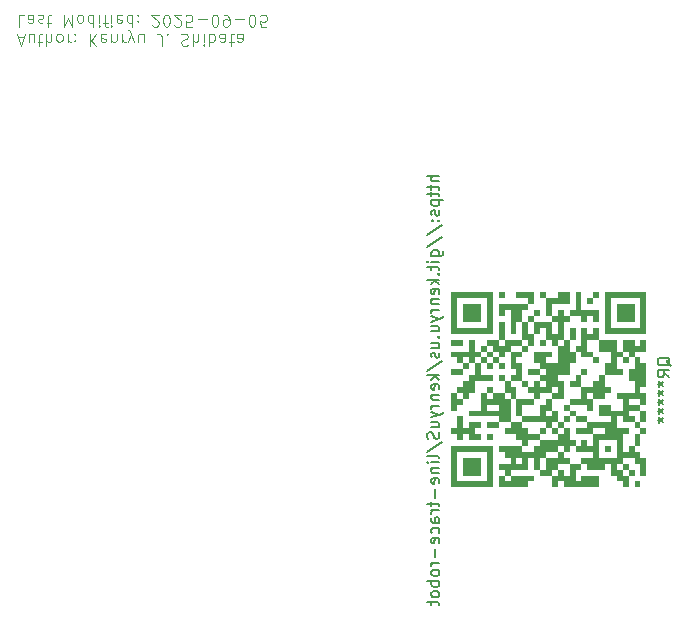
<source format=gbr>
%TF.GenerationSoftware,KiCad,Pcbnew,9.0.4*%
%TF.CreationDate,2025-09-05T01:37:03+09:00*%
%TF.ProjectId,ltr,6c74722e-6b69-4636-9164-5f7063625858,rev?*%
%TF.SameCoordinates,Original*%
%TF.FileFunction,Legend,Bot*%
%TF.FilePolarity,Positive*%
%FSLAX46Y46*%
G04 Gerber Fmt 4.6, Leading zero omitted, Abs format (unit mm)*
G04 Created by KiCad (PCBNEW 9.0.4) date 2025-09-05 01:37:03*
%MOMM*%
%LPD*%
G01*
G04 APERTURE LIST*
%ADD10C,0.100000*%
%ADD11C,0.150000*%
G04 APERTURE END LIST*
D10*
X5506265Y-3483267D02*
X5982455Y-3483267D01*
X5411027Y-3197552D02*
X5744360Y-4197552D01*
X5744360Y-4197552D02*
X6077693Y-3197552D01*
X6839598Y-3864219D02*
X6839598Y-3197552D01*
X6411027Y-3864219D02*
X6411027Y-3340410D01*
X6411027Y-3340410D02*
X6458646Y-3245172D01*
X6458646Y-3245172D02*
X6553884Y-3197552D01*
X6553884Y-3197552D02*
X6696741Y-3197552D01*
X6696741Y-3197552D02*
X6791979Y-3245172D01*
X6791979Y-3245172D02*
X6839598Y-3292791D01*
X7172932Y-3864219D02*
X7553884Y-3864219D01*
X7315789Y-4197552D02*
X7315789Y-3340410D01*
X7315789Y-3340410D02*
X7363408Y-3245172D01*
X7363408Y-3245172D02*
X7458646Y-3197552D01*
X7458646Y-3197552D02*
X7553884Y-3197552D01*
X7887218Y-3197552D02*
X7887218Y-4197552D01*
X8315789Y-3197552D02*
X8315789Y-3721362D01*
X8315789Y-3721362D02*
X8268170Y-3816600D01*
X8268170Y-3816600D02*
X8172932Y-3864219D01*
X8172932Y-3864219D02*
X8030075Y-3864219D01*
X8030075Y-3864219D02*
X7934837Y-3816600D01*
X7934837Y-3816600D02*
X7887218Y-3768981D01*
X8934837Y-3197552D02*
X8839599Y-3245172D01*
X8839599Y-3245172D02*
X8791980Y-3292791D01*
X8791980Y-3292791D02*
X8744361Y-3388029D01*
X8744361Y-3388029D02*
X8744361Y-3673743D01*
X8744361Y-3673743D02*
X8791980Y-3768981D01*
X8791980Y-3768981D02*
X8839599Y-3816600D01*
X8839599Y-3816600D02*
X8934837Y-3864219D01*
X8934837Y-3864219D02*
X9077694Y-3864219D01*
X9077694Y-3864219D02*
X9172932Y-3816600D01*
X9172932Y-3816600D02*
X9220551Y-3768981D01*
X9220551Y-3768981D02*
X9268170Y-3673743D01*
X9268170Y-3673743D02*
X9268170Y-3388029D01*
X9268170Y-3388029D02*
X9220551Y-3292791D01*
X9220551Y-3292791D02*
X9172932Y-3245172D01*
X9172932Y-3245172D02*
X9077694Y-3197552D01*
X9077694Y-3197552D02*
X8934837Y-3197552D01*
X9696742Y-3197552D02*
X9696742Y-3864219D01*
X9696742Y-3673743D02*
X9744361Y-3768981D01*
X9744361Y-3768981D02*
X9791980Y-3816600D01*
X9791980Y-3816600D02*
X9887218Y-3864219D01*
X9887218Y-3864219D02*
X9982456Y-3864219D01*
X10315790Y-3292791D02*
X10363409Y-3245172D01*
X10363409Y-3245172D02*
X10315790Y-3197552D01*
X10315790Y-3197552D02*
X10268171Y-3245172D01*
X10268171Y-3245172D02*
X10315790Y-3292791D01*
X10315790Y-3292791D02*
X10315790Y-3197552D01*
X10315790Y-3816600D02*
X10363409Y-3768981D01*
X10363409Y-3768981D02*
X10315790Y-3721362D01*
X10315790Y-3721362D02*
X10268171Y-3768981D01*
X10268171Y-3768981D02*
X10315790Y-3816600D01*
X10315790Y-3816600D02*
X10315790Y-3721362D01*
X11553885Y-3197552D02*
X11553885Y-4197552D01*
X12125313Y-3197552D02*
X11696742Y-3768981D01*
X12125313Y-4197552D02*
X11553885Y-3626124D01*
X12934837Y-3245172D02*
X12839599Y-3197552D01*
X12839599Y-3197552D02*
X12649123Y-3197552D01*
X12649123Y-3197552D02*
X12553885Y-3245172D01*
X12553885Y-3245172D02*
X12506266Y-3340410D01*
X12506266Y-3340410D02*
X12506266Y-3721362D01*
X12506266Y-3721362D02*
X12553885Y-3816600D01*
X12553885Y-3816600D02*
X12649123Y-3864219D01*
X12649123Y-3864219D02*
X12839599Y-3864219D01*
X12839599Y-3864219D02*
X12934837Y-3816600D01*
X12934837Y-3816600D02*
X12982456Y-3721362D01*
X12982456Y-3721362D02*
X12982456Y-3626124D01*
X12982456Y-3626124D02*
X12506266Y-3530886D01*
X13411028Y-3864219D02*
X13411028Y-3197552D01*
X13411028Y-3768981D02*
X13458647Y-3816600D01*
X13458647Y-3816600D02*
X13553885Y-3864219D01*
X13553885Y-3864219D02*
X13696742Y-3864219D01*
X13696742Y-3864219D02*
X13791980Y-3816600D01*
X13791980Y-3816600D02*
X13839599Y-3721362D01*
X13839599Y-3721362D02*
X13839599Y-3197552D01*
X14315790Y-3197552D02*
X14315790Y-3864219D01*
X14315790Y-3673743D02*
X14363409Y-3768981D01*
X14363409Y-3768981D02*
X14411028Y-3816600D01*
X14411028Y-3816600D02*
X14506266Y-3864219D01*
X14506266Y-3864219D02*
X14601504Y-3864219D01*
X14839600Y-3864219D02*
X15077695Y-3197552D01*
X15315790Y-3864219D02*
X15077695Y-3197552D01*
X15077695Y-3197552D02*
X14982457Y-2959457D01*
X14982457Y-2959457D02*
X14934838Y-2911838D01*
X14934838Y-2911838D02*
X14839600Y-2864219D01*
X16125314Y-3864219D02*
X16125314Y-3197552D01*
X15696743Y-3864219D02*
X15696743Y-3340410D01*
X15696743Y-3340410D02*
X15744362Y-3245172D01*
X15744362Y-3245172D02*
X15839600Y-3197552D01*
X15839600Y-3197552D02*
X15982457Y-3197552D01*
X15982457Y-3197552D02*
X16077695Y-3245172D01*
X16077695Y-3245172D02*
X16125314Y-3292791D01*
X17649124Y-4197552D02*
X17649124Y-3483267D01*
X17649124Y-3483267D02*
X17601505Y-3340410D01*
X17601505Y-3340410D02*
X17506267Y-3245172D01*
X17506267Y-3245172D02*
X17363410Y-3197552D01*
X17363410Y-3197552D02*
X17268172Y-3197552D01*
X18125315Y-3292791D02*
X18172934Y-3245172D01*
X18172934Y-3245172D02*
X18125315Y-3197552D01*
X18125315Y-3197552D02*
X18077696Y-3245172D01*
X18077696Y-3245172D02*
X18125315Y-3292791D01*
X18125315Y-3292791D02*
X18125315Y-3197552D01*
X19315791Y-3245172D02*
X19458648Y-3197552D01*
X19458648Y-3197552D02*
X19696743Y-3197552D01*
X19696743Y-3197552D02*
X19791981Y-3245172D01*
X19791981Y-3245172D02*
X19839600Y-3292791D01*
X19839600Y-3292791D02*
X19887219Y-3388029D01*
X19887219Y-3388029D02*
X19887219Y-3483267D01*
X19887219Y-3483267D02*
X19839600Y-3578505D01*
X19839600Y-3578505D02*
X19791981Y-3626124D01*
X19791981Y-3626124D02*
X19696743Y-3673743D01*
X19696743Y-3673743D02*
X19506267Y-3721362D01*
X19506267Y-3721362D02*
X19411029Y-3768981D01*
X19411029Y-3768981D02*
X19363410Y-3816600D01*
X19363410Y-3816600D02*
X19315791Y-3911838D01*
X19315791Y-3911838D02*
X19315791Y-4007076D01*
X19315791Y-4007076D02*
X19363410Y-4102314D01*
X19363410Y-4102314D02*
X19411029Y-4149933D01*
X19411029Y-4149933D02*
X19506267Y-4197552D01*
X19506267Y-4197552D02*
X19744362Y-4197552D01*
X19744362Y-4197552D02*
X19887219Y-4149933D01*
X20315791Y-3197552D02*
X20315791Y-4197552D01*
X20744362Y-3197552D02*
X20744362Y-3721362D01*
X20744362Y-3721362D02*
X20696743Y-3816600D01*
X20696743Y-3816600D02*
X20601505Y-3864219D01*
X20601505Y-3864219D02*
X20458648Y-3864219D01*
X20458648Y-3864219D02*
X20363410Y-3816600D01*
X20363410Y-3816600D02*
X20315791Y-3768981D01*
X21220553Y-3197552D02*
X21220553Y-3864219D01*
X21220553Y-4197552D02*
X21172934Y-4149933D01*
X21172934Y-4149933D02*
X21220553Y-4102314D01*
X21220553Y-4102314D02*
X21268172Y-4149933D01*
X21268172Y-4149933D02*
X21220553Y-4197552D01*
X21220553Y-4197552D02*
X21220553Y-4102314D01*
X21696743Y-3197552D02*
X21696743Y-4197552D01*
X21696743Y-3816600D02*
X21791981Y-3864219D01*
X21791981Y-3864219D02*
X21982457Y-3864219D01*
X21982457Y-3864219D02*
X22077695Y-3816600D01*
X22077695Y-3816600D02*
X22125314Y-3768981D01*
X22125314Y-3768981D02*
X22172933Y-3673743D01*
X22172933Y-3673743D02*
X22172933Y-3388029D01*
X22172933Y-3388029D02*
X22125314Y-3292791D01*
X22125314Y-3292791D02*
X22077695Y-3245172D01*
X22077695Y-3245172D02*
X21982457Y-3197552D01*
X21982457Y-3197552D02*
X21791981Y-3197552D01*
X21791981Y-3197552D02*
X21696743Y-3245172D01*
X23030076Y-3197552D02*
X23030076Y-3721362D01*
X23030076Y-3721362D02*
X22982457Y-3816600D01*
X22982457Y-3816600D02*
X22887219Y-3864219D01*
X22887219Y-3864219D02*
X22696743Y-3864219D01*
X22696743Y-3864219D02*
X22601505Y-3816600D01*
X23030076Y-3245172D02*
X22934838Y-3197552D01*
X22934838Y-3197552D02*
X22696743Y-3197552D01*
X22696743Y-3197552D02*
X22601505Y-3245172D01*
X22601505Y-3245172D02*
X22553886Y-3340410D01*
X22553886Y-3340410D02*
X22553886Y-3435648D01*
X22553886Y-3435648D02*
X22601505Y-3530886D01*
X22601505Y-3530886D02*
X22696743Y-3578505D01*
X22696743Y-3578505D02*
X22934838Y-3578505D01*
X22934838Y-3578505D02*
X23030076Y-3626124D01*
X23363410Y-3864219D02*
X23744362Y-3864219D01*
X23506267Y-4197552D02*
X23506267Y-3340410D01*
X23506267Y-3340410D02*
X23553886Y-3245172D01*
X23553886Y-3245172D02*
X23649124Y-3197552D01*
X23649124Y-3197552D02*
X23744362Y-3197552D01*
X24506267Y-3197552D02*
X24506267Y-3721362D01*
X24506267Y-3721362D02*
X24458648Y-3816600D01*
X24458648Y-3816600D02*
X24363410Y-3864219D01*
X24363410Y-3864219D02*
X24172934Y-3864219D01*
X24172934Y-3864219D02*
X24077696Y-3816600D01*
X24506267Y-3245172D02*
X24411029Y-3197552D01*
X24411029Y-3197552D02*
X24172934Y-3197552D01*
X24172934Y-3197552D02*
X24077696Y-3245172D01*
X24077696Y-3245172D02*
X24030077Y-3340410D01*
X24030077Y-3340410D02*
X24030077Y-3435648D01*
X24030077Y-3435648D02*
X24077696Y-3530886D01*
X24077696Y-3530886D02*
X24172934Y-3578505D01*
X24172934Y-3578505D02*
X24411029Y-3578505D01*
X24411029Y-3578505D02*
X24506267Y-3626124D01*
X6030074Y-1587608D02*
X5553884Y-1587608D01*
X5553884Y-1587608D02*
X5553884Y-2587608D01*
X6791979Y-1587608D02*
X6791979Y-2111418D01*
X6791979Y-2111418D02*
X6744360Y-2206656D01*
X6744360Y-2206656D02*
X6649122Y-2254275D01*
X6649122Y-2254275D02*
X6458646Y-2254275D01*
X6458646Y-2254275D02*
X6363408Y-2206656D01*
X6791979Y-1635228D02*
X6696741Y-1587608D01*
X6696741Y-1587608D02*
X6458646Y-1587608D01*
X6458646Y-1587608D02*
X6363408Y-1635228D01*
X6363408Y-1635228D02*
X6315789Y-1730466D01*
X6315789Y-1730466D02*
X6315789Y-1825704D01*
X6315789Y-1825704D02*
X6363408Y-1920942D01*
X6363408Y-1920942D02*
X6458646Y-1968561D01*
X6458646Y-1968561D02*
X6696741Y-1968561D01*
X6696741Y-1968561D02*
X6791979Y-2016180D01*
X7220551Y-1635228D02*
X7315789Y-1587608D01*
X7315789Y-1587608D02*
X7506265Y-1587608D01*
X7506265Y-1587608D02*
X7601503Y-1635228D01*
X7601503Y-1635228D02*
X7649122Y-1730466D01*
X7649122Y-1730466D02*
X7649122Y-1778085D01*
X7649122Y-1778085D02*
X7601503Y-1873323D01*
X7601503Y-1873323D02*
X7506265Y-1920942D01*
X7506265Y-1920942D02*
X7363408Y-1920942D01*
X7363408Y-1920942D02*
X7268170Y-1968561D01*
X7268170Y-1968561D02*
X7220551Y-2063799D01*
X7220551Y-2063799D02*
X7220551Y-2111418D01*
X7220551Y-2111418D02*
X7268170Y-2206656D01*
X7268170Y-2206656D02*
X7363408Y-2254275D01*
X7363408Y-2254275D02*
X7506265Y-2254275D01*
X7506265Y-2254275D02*
X7601503Y-2206656D01*
X7934837Y-2254275D02*
X8315789Y-2254275D01*
X8077694Y-2587608D02*
X8077694Y-1730466D01*
X8077694Y-1730466D02*
X8125313Y-1635228D01*
X8125313Y-1635228D02*
X8220551Y-1587608D01*
X8220551Y-1587608D02*
X8315789Y-1587608D01*
X9411028Y-1587608D02*
X9411028Y-2587608D01*
X9411028Y-2587608D02*
X9744361Y-1873323D01*
X9744361Y-1873323D02*
X10077694Y-2587608D01*
X10077694Y-2587608D02*
X10077694Y-1587608D01*
X10696742Y-1587608D02*
X10601504Y-1635228D01*
X10601504Y-1635228D02*
X10553885Y-1682847D01*
X10553885Y-1682847D02*
X10506266Y-1778085D01*
X10506266Y-1778085D02*
X10506266Y-2063799D01*
X10506266Y-2063799D02*
X10553885Y-2159037D01*
X10553885Y-2159037D02*
X10601504Y-2206656D01*
X10601504Y-2206656D02*
X10696742Y-2254275D01*
X10696742Y-2254275D02*
X10839599Y-2254275D01*
X10839599Y-2254275D02*
X10934837Y-2206656D01*
X10934837Y-2206656D02*
X10982456Y-2159037D01*
X10982456Y-2159037D02*
X11030075Y-2063799D01*
X11030075Y-2063799D02*
X11030075Y-1778085D01*
X11030075Y-1778085D02*
X10982456Y-1682847D01*
X10982456Y-1682847D02*
X10934837Y-1635228D01*
X10934837Y-1635228D02*
X10839599Y-1587608D01*
X10839599Y-1587608D02*
X10696742Y-1587608D01*
X11887218Y-1587608D02*
X11887218Y-2587608D01*
X11887218Y-1635228D02*
X11791980Y-1587608D01*
X11791980Y-1587608D02*
X11601504Y-1587608D01*
X11601504Y-1587608D02*
X11506266Y-1635228D01*
X11506266Y-1635228D02*
X11458647Y-1682847D01*
X11458647Y-1682847D02*
X11411028Y-1778085D01*
X11411028Y-1778085D02*
X11411028Y-2063799D01*
X11411028Y-2063799D02*
X11458647Y-2159037D01*
X11458647Y-2159037D02*
X11506266Y-2206656D01*
X11506266Y-2206656D02*
X11601504Y-2254275D01*
X11601504Y-2254275D02*
X11791980Y-2254275D01*
X11791980Y-2254275D02*
X11887218Y-2206656D01*
X12363409Y-1587608D02*
X12363409Y-2254275D01*
X12363409Y-2587608D02*
X12315790Y-2539989D01*
X12315790Y-2539989D02*
X12363409Y-2492370D01*
X12363409Y-2492370D02*
X12411028Y-2539989D01*
X12411028Y-2539989D02*
X12363409Y-2587608D01*
X12363409Y-2587608D02*
X12363409Y-2492370D01*
X12696742Y-2254275D02*
X13077694Y-2254275D01*
X12839599Y-1587608D02*
X12839599Y-2444751D01*
X12839599Y-2444751D02*
X12887218Y-2539989D01*
X12887218Y-2539989D02*
X12982456Y-2587608D01*
X12982456Y-2587608D02*
X13077694Y-2587608D01*
X13411028Y-1587608D02*
X13411028Y-2254275D01*
X13411028Y-2587608D02*
X13363409Y-2539989D01*
X13363409Y-2539989D02*
X13411028Y-2492370D01*
X13411028Y-2492370D02*
X13458647Y-2539989D01*
X13458647Y-2539989D02*
X13411028Y-2587608D01*
X13411028Y-2587608D02*
X13411028Y-2492370D01*
X14268170Y-1635228D02*
X14172932Y-1587608D01*
X14172932Y-1587608D02*
X13982456Y-1587608D01*
X13982456Y-1587608D02*
X13887218Y-1635228D01*
X13887218Y-1635228D02*
X13839599Y-1730466D01*
X13839599Y-1730466D02*
X13839599Y-2111418D01*
X13839599Y-2111418D02*
X13887218Y-2206656D01*
X13887218Y-2206656D02*
X13982456Y-2254275D01*
X13982456Y-2254275D02*
X14172932Y-2254275D01*
X14172932Y-2254275D02*
X14268170Y-2206656D01*
X14268170Y-2206656D02*
X14315789Y-2111418D01*
X14315789Y-2111418D02*
X14315789Y-2016180D01*
X14315789Y-2016180D02*
X13839599Y-1920942D01*
X15172932Y-1587608D02*
X15172932Y-2587608D01*
X15172932Y-1635228D02*
X15077694Y-1587608D01*
X15077694Y-1587608D02*
X14887218Y-1587608D01*
X14887218Y-1587608D02*
X14791980Y-1635228D01*
X14791980Y-1635228D02*
X14744361Y-1682847D01*
X14744361Y-1682847D02*
X14696742Y-1778085D01*
X14696742Y-1778085D02*
X14696742Y-2063799D01*
X14696742Y-2063799D02*
X14744361Y-2159037D01*
X14744361Y-2159037D02*
X14791980Y-2206656D01*
X14791980Y-2206656D02*
X14887218Y-2254275D01*
X14887218Y-2254275D02*
X15077694Y-2254275D01*
X15077694Y-2254275D02*
X15172932Y-2206656D01*
X15649123Y-1682847D02*
X15696742Y-1635228D01*
X15696742Y-1635228D02*
X15649123Y-1587608D01*
X15649123Y-1587608D02*
X15601504Y-1635228D01*
X15601504Y-1635228D02*
X15649123Y-1682847D01*
X15649123Y-1682847D02*
X15649123Y-1587608D01*
X15649123Y-2206656D02*
X15696742Y-2159037D01*
X15696742Y-2159037D02*
X15649123Y-2111418D01*
X15649123Y-2111418D02*
X15601504Y-2159037D01*
X15601504Y-2159037D02*
X15649123Y-2206656D01*
X15649123Y-2206656D02*
X15649123Y-2111418D01*
X16839599Y-2492370D02*
X16887218Y-2539989D01*
X16887218Y-2539989D02*
X16982456Y-2587608D01*
X16982456Y-2587608D02*
X17220551Y-2587608D01*
X17220551Y-2587608D02*
X17315789Y-2539989D01*
X17315789Y-2539989D02*
X17363408Y-2492370D01*
X17363408Y-2492370D02*
X17411027Y-2397132D01*
X17411027Y-2397132D02*
X17411027Y-2301894D01*
X17411027Y-2301894D02*
X17363408Y-2159037D01*
X17363408Y-2159037D02*
X16791980Y-1587608D01*
X16791980Y-1587608D02*
X17411027Y-1587608D01*
X18030075Y-2587608D02*
X18125313Y-2587608D01*
X18125313Y-2587608D02*
X18220551Y-2539989D01*
X18220551Y-2539989D02*
X18268170Y-2492370D01*
X18268170Y-2492370D02*
X18315789Y-2397132D01*
X18315789Y-2397132D02*
X18363408Y-2206656D01*
X18363408Y-2206656D02*
X18363408Y-1968561D01*
X18363408Y-1968561D02*
X18315789Y-1778085D01*
X18315789Y-1778085D02*
X18268170Y-1682847D01*
X18268170Y-1682847D02*
X18220551Y-1635228D01*
X18220551Y-1635228D02*
X18125313Y-1587608D01*
X18125313Y-1587608D02*
X18030075Y-1587608D01*
X18030075Y-1587608D02*
X17934837Y-1635228D01*
X17934837Y-1635228D02*
X17887218Y-1682847D01*
X17887218Y-1682847D02*
X17839599Y-1778085D01*
X17839599Y-1778085D02*
X17791980Y-1968561D01*
X17791980Y-1968561D02*
X17791980Y-2206656D01*
X17791980Y-2206656D02*
X17839599Y-2397132D01*
X17839599Y-2397132D02*
X17887218Y-2492370D01*
X17887218Y-2492370D02*
X17934837Y-2539989D01*
X17934837Y-2539989D02*
X18030075Y-2587608D01*
X18744361Y-2492370D02*
X18791980Y-2539989D01*
X18791980Y-2539989D02*
X18887218Y-2587608D01*
X18887218Y-2587608D02*
X19125313Y-2587608D01*
X19125313Y-2587608D02*
X19220551Y-2539989D01*
X19220551Y-2539989D02*
X19268170Y-2492370D01*
X19268170Y-2492370D02*
X19315789Y-2397132D01*
X19315789Y-2397132D02*
X19315789Y-2301894D01*
X19315789Y-2301894D02*
X19268170Y-2159037D01*
X19268170Y-2159037D02*
X18696742Y-1587608D01*
X18696742Y-1587608D02*
X19315789Y-1587608D01*
X20220551Y-2587608D02*
X19744361Y-2587608D01*
X19744361Y-2587608D02*
X19696742Y-2111418D01*
X19696742Y-2111418D02*
X19744361Y-2159037D01*
X19744361Y-2159037D02*
X19839599Y-2206656D01*
X19839599Y-2206656D02*
X20077694Y-2206656D01*
X20077694Y-2206656D02*
X20172932Y-2159037D01*
X20172932Y-2159037D02*
X20220551Y-2111418D01*
X20220551Y-2111418D02*
X20268170Y-2016180D01*
X20268170Y-2016180D02*
X20268170Y-1778085D01*
X20268170Y-1778085D02*
X20220551Y-1682847D01*
X20220551Y-1682847D02*
X20172932Y-1635228D01*
X20172932Y-1635228D02*
X20077694Y-1587608D01*
X20077694Y-1587608D02*
X19839599Y-1587608D01*
X19839599Y-1587608D02*
X19744361Y-1635228D01*
X19744361Y-1635228D02*
X19696742Y-1682847D01*
X20696742Y-1968561D02*
X21458647Y-1968561D01*
X22125313Y-2587608D02*
X22220551Y-2587608D01*
X22220551Y-2587608D02*
X22315789Y-2539989D01*
X22315789Y-2539989D02*
X22363408Y-2492370D01*
X22363408Y-2492370D02*
X22411027Y-2397132D01*
X22411027Y-2397132D02*
X22458646Y-2206656D01*
X22458646Y-2206656D02*
X22458646Y-1968561D01*
X22458646Y-1968561D02*
X22411027Y-1778085D01*
X22411027Y-1778085D02*
X22363408Y-1682847D01*
X22363408Y-1682847D02*
X22315789Y-1635228D01*
X22315789Y-1635228D02*
X22220551Y-1587608D01*
X22220551Y-1587608D02*
X22125313Y-1587608D01*
X22125313Y-1587608D02*
X22030075Y-1635228D01*
X22030075Y-1635228D02*
X21982456Y-1682847D01*
X21982456Y-1682847D02*
X21934837Y-1778085D01*
X21934837Y-1778085D02*
X21887218Y-1968561D01*
X21887218Y-1968561D02*
X21887218Y-2206656D01*
X21887218Y-2206656D02*
X21934837Y-2397132D01*
X21934837Y-2397132D02*
X21982456Y-2492370D01*
X21982456Y-2492370D02*
X22030075Y-2539989D01*
X22030075Y-2539989D02*
X22125313Y-2587608D01*
X22934837Y-1587608D02*
X23125313Y-1587608D01*
X23125313Y-1587608D02*
X23220551Y-1635228D01*
X23220551Y-1635228D02*
X23268170Y-1682847D01*
X23268170Y-1682847D02*
X23363408Y-1825704D01*
X23363408Y-1825704D02*
X23411027Y-2016180D01*
X23411027Y-2016180D02*
X23411027Y-2397132D01*
X23411027Y-2397132D02*
X23363408Y-2492370D01*
X23363408Y-2492370D02*
X23315789Y-2539989D01*
X23315789Y-2539989D02*
X23220551Y-2587608D01*
X23220551Y-2587608D02*
X23030075Y-2587608D01*
X23030075Y-2587608D02*
X22934837Y-2539989D01*
X22934837Y-2539989D02*
X22887218Y-2492370D01*
X22887218Y-2492370D02*
X22839599Y-2397132D01*
X22839599Y-2397132D02*
X22839599Y-2159037D01*
X22839599Y-2159037D02*
X22887218Y-2063799D01*
X22887218Y-2063799D02*
X22934837Y-2016180D01*
X22934837Y-2016180D02*
X23030075Y-1968561D01*
X23030075Y-1968561D02*
X23220551Y-1968561D01*
X23220551Y-1968561D02*
X23315789Y-2016180D01*
X23315789Y-2016180D02*
X23363408Y-2063799D01*
X23363408Y-2063799D02*
X23411027Y-2159037D01*
X23839599Y-1968561D02*
X24601504Y-1968561D01*
X25268170Y-2587608D02*
X25363408Y-2587608D01*
X25363408Y-2587608D02*
X25458646Y-2539989D01*
X25458646Y-2539989D02*
X25506265Y-2492370D01*
X25506265Y-2492370D02*
X25553884Y-2397132D01*
X25553884Y-2397132D02*
X25601503Y-2206656D01*
X25601503Y-2206656D02*
X25601503Y-1968561D01*
X25601503Y-1968561D02*
X25553884Y-1778085D01*
X25553884Y-1778085D02*
X25506265Y-1682847D01*
X25506265Y-1682847D02*
X25458646Y-1635228D01*
X25458646Y-1635228D02*
X25363408Y-1587608D01*
X25363408Y-1587608D02*
X25268170Y-1587608D01*
X25268170Y-1587608D02*
X25172932Y-1635228D01*
X25172932Y-1635228D02*
X25125313Y-1682847D01*
X25125313Y-1682847D02*
X25077694Y-1778085D01*
X25077694Y-1778085D02*
X25030075Y-1968561D01*
X25030075Y-1968561D02*
X25030075Y-2206656D01*
X25030075Y-2206656D02*
X25077694Y-2397132D01*
X25077694Y-2397132D02*
X25125313Y-2492370D01*
X25125313Y-2492370D02*
X25172932Y-2539989D01*
X25172932Y-2539989D02*
X25268170Y-2587608D01*
X26506265Y-2587608D02*
X26030075Y-2587608D01*
X26030075Y-2587608D02*
X25982456Y-2111418D01*
X25982456Y-2111418D02*
X26030075Y-2159037D01*
X26030075Y-2159037D02*
X26125313Y-2206656D01*
X26125313Y-2206656D02*
X26363408Y-2206656D01*
X26363408Y-2206656D02*
X26458646Y-2159037D01*
X26458646Y-2159037D02*
X26506265Y-2111418D01*
X26506265Y-2111418D02*
X26553884Y-2016180D01*
X26553884Y-2016180D02*
X26553884Y-1778085D01*
X26553884Y-1778085D02*
X26506265Y-1682847D01*
X26506265Y-1682847D02*
X26458646Y-1635228D01*
X26458646Y-1635228D02*
X26363408Y-1587608D01*
X26363408Y-1587608D02*
X26125313Y-1587608D01*
X26125313Y-1587608D02*
X26030075Y-1635228D01*
X26030075Y-1635228D02*
X25982456Y-1682847D01*
D11*
X60750057Y-31326189D02*
X60702438Y-31230951D01*
X60702438Y-31230951D02*
X60607200Y-31135713D01*
X60607200Y-31135713D02*
X60464342Y-30992856D01*
X60464342Y-30992856D02*
X60416723Y-30897618D01*
X60416723Y-30897618D02*
X60416723Y-30802380D01*
X60654819Y-30849999D02*
X60607200Y-30754761D01*
X60607200Y-30754761D02*
X60511961Y-30659523D01*
X60511961Y-30659523D02*
X60321485Y-30611904D01*
X60321485Y-30611904D02*
X59988152Y-30611904D01*
X59988152Y-30611904D02*
X59797676Y-30659523D01*
X59797676Y-30659523D02*
X59702438Y-30754761D01*
X59702438Y-30754761D02*
X59654819Y-30849999D01*
X59654819Y-30849999D02*
X59654819Y-31040475D01*
X59654819Y-31040475D02*
X59702438Y-31135713D01*
X59702438Y-31135713D02*
X59797676Y-31230951D01*
X59797676Y-31230951D02*
X59988152Y-31278570D01*
X59988152Y-31278570D02*
X60321485Y-31278570D01*
X60321485Y-31278570D02*
X60511961Y-31230951D01*
X60511961Y-31230951D02*
X60607200Y-31135713D01*
X60607200Y-31135713D02*
X60654819Y-31040475D01*
X60654819Y-31040475D02*
X60654819Y-30849999D01*
X60654819Y-32278570D02*
X60178628Y-31945237D01*
X60654819Y-31707142D02*
X59654819Y-31707142D01*
X59654819Y-31707142D02*
X59654819Y-32088094D01*
X59654819Y-32088094D02*
X59702438Y-32183332D01*
X59702438Y-32183332D02*
X59750057Y-32230951D01*
X59750057Y-32230951D02*
X59845295Y-32278570D01*
X59845295Y-32278570D02*
X59988152Y-32278570D01*
X59988152Y-32278570D02*
X60083390Y-32230951D01*
X60083390Y-32230951D02*
X60131009Y-32183332D01*
X60131009Y-32183332D02*
X60178628Y-32088094D01*
X60178628Y-32088094D02*
X60178628Y-31707142D01*
X59654819Y-32849999D02*
X59892914Y-32849999D01*
X59797676Y-32611904D02*
X59892914Y-32849999D01*
X59892914Y-32849999D02*
X59797676Y-33088094D01*
X60083390Y-32707142D02*
X59892914Y-32849999D01*
X59892914Y-32849999D02*
X60083390Y-32992856D01*
X59654819Y-33611904D02*
X59892914Y-33611904D01*
X59797676Y-33373809D02*
X59892914Y-33611904D01*
X59892914Y-33611904D02*
X59797676Y-33849999D01*
X60083390Y-33469047D02*
X59892914Y-33611904D01*
X59892914Y-33611904D02*
X60083390Y-33754761D01*
X59654819Y-34373809D02*
X59892914Y-34373809D01*
X59797676Y-34135714D02*
X59892914Y-34373809D01*
X59892914Y-34373809D02*
X59797676Y-34611904D01*
X60083390Y-34230952D02*
X59892914Y-34373809D01*
X59892914Y-34373809D02*
X60083390Y-34516666D01*
X59654819Y-35135714D02*
X59892914Y-35135714D01*
X59797676Y-34897619D02*
X59892914Y-35135714D01*
X59892914Y-35135714D02*
X59797676Y-35373809D01*
X60083390Y-34992857D02*
X59892914Y-35135714D01*
X59892914Y-35135714D02*
X60083390Y-35278571D01*
X59654819Y-35897619D02*
X59892914Y-35897619D01*
X59797676Y-35659524D02*
X59892914Y-35897619D01*
X59892914Y-35897619D02*
X59797676Y-36135714D01*
X60083390Y-35754762D02*
X59892914Y-35897619D01*
X59892914Y-35897619D02*
X60083390Y-36040476D01*
X41154819Y-15254760D02*
X40154819Y-15254760D01*
X41154819Y-15683331D02*
X40631009Y-15683331D01*
X40631009Y-15683331D02*
X40535771Y-15635712D01*
X40535771Y-15635712D02*
X40488152Y-15540474D01*
X40488152Y-15540474D02*
X40488152Y-15397617D01*
X40488152Y-15397617D02*
X40535771Y-15302379D01*
X40535771Y-15302379D02*
X40583390Y-15254760D01*
X40488152Y-16016665D02*
X40488152Y-16397617D01*
X40154819Y-16159522D02*
X41011961Y-16159522D01*
X41011961Y-16159522D02*
X41107200Y-16207141D01*
X41107200Y-16207141D02*
X41154819Y-16302379D01*
X41154819Y-16302379D02*
X41154819Y-16397617D01*
X40488152Y-16588094D02*
X40488152Y-16969046D01*
X40154819Y-16730951D02*
X41011961Y-16730951D01*
X41011961Y-16730951D02*
X41107200Y-16778570D01*
X41107200Y-16778570D02*
X41154819Y-16873808D01*
X41154819Y-16873808D02*
X41154819Y-16969046D01*
X40488152Y-17302380D02*
X41488152Y-17302380D01*
X40535771Y-17302380D02*
X40488152Y-17397618D01*
X40488152Y-17397618D02*
X40488152Y-17588094D01*
X40488152Y-17588094D02*
X40535771Y-17683332D01*
X40535771Y-17683332D02*
X40583390Y-17730951D01*
X40583390Y-17730951D02*
X40678628Y-17778570D01*
X40678628Y-17778570D02*
X40964342Y-17778570D01*
X40964342Y-17778570D02*
X41059580Y-17730951D01*
X41059580Y-17730951D02*
X41107200Y-17683332D01*
X41107200Y-17683332D02*
X41154819Y-17588094D01*
X41154819Y-17588094D02*
X41154819Y-17397618D01*
X41154819Y-17397618D02*
X41107200Y-17302380D01*
X41107200Y-18159523D02*
X41154819Y-18254761D01*
X41154819Y-18254761D02*
X41154819Y-18445237D01*
X41154819Y-18445237D02*
X41107200Y-18540475D01*
X41107200Y-18540475D02*
X41011961Y-18588094D01*
X41011961Y-18588094D02*
X40964342Y-18588094D01*
X40964342Y-18588094D02*
X40869104Y-18540475D01*
X40869104Y-18540475D02*
X40821485Y-18445237D01*
X40821485Y-18445237D02*
X40821485Y-18302380D01*
X40821485Y-18302380D02*
X40773866Y-18207142D01*
X40773866Y-18207142D02*
X40678628Y-18159523D01*
X40678628Y-18159523D02*
X40631009Y-18159523D01*
X40631009Y-18159523D02*
X40535771Y-18207142D01*
X40535771Y-18207142D02*
X40488152Y-18302380D01*
X40488152Y-18302380D02*
X40488152Y-18445237D01*
X40488152Y-18445237D02*
X40535771Y-18540475D01*
X41059580Y-19016666D02*
X41107200Y-19064285D01*
X41107200Y-19064285D02*
X41154819Y-19016666D01*
X41154819Y-19016666D02*
X41107200Y-18969047D01*
X41107200Y-18969047D02*
X41059580Y-19016666D01*
X41059580Y-19016666D02*
X41154819Y-19016666D01*
X40535771Y-19016666D02*
X40583390Y-19064285D01*
X40583390Y-19064285D02*
X40631009Y-19016666D01*
X40631009Y-19016666D02*
X40583390Y-18969047D01*
X40583390Y-18969047D02*
X40535771Y-19016666D01*
X40535771Y-19016666D02*
X40631009Y-19016666D01*
X40107200Y-20207141D02*
X41392914Y-19349999D01*
X40107200Y-21254760D02*
X41392914Y-20397618D01*
X40488152Y-22016665D02*
X41297676Y-22016665D01*
X41297676Y-22016665D02*
X41392914Y-21969046D01*
X41392914Y-21969046D02*
X41440533Y-21921427D01*
X41440533Y-21921427D02*
X41488152Y-21826189D01*
X41488152Y-21826189D02*
X41488152Y-21683332D01*
X41488152Y-21683332D02*
X41440533Y-21588094D01*
X41107200Y-22016665D02*
X41154819Y-21921427D01*
X41154819Y-21921427D02*
X41154819Y-21730951D01*
X41154819Y-21730951D02*
X41107200Y-21635713D01*
X41107200Y-21635713D02*
X41059580Y-21588094D01*
X41059580Y-21588094D02*
X40964342Y-21540475D01*
X40964342Y-21540475D02*
X40678628Y-21540475D01*
X40678628Y-21540475D02*
X40583390Y-21588094D01*
X40583390Y-21588094D02*
X40535771Y-21635713D01*
X40535771Y-21635713D02*
X40488152Y-21730951D01*
X40488152Y-21730951D02*
X40488152Y-21921427D01*
X40488152Y-21921427D02*
X40535771Y-22016665D01*
X41154819Y-22492856D02*
X40488152Y-22492856D01*
X40154819Y-22492856D02*
X40202438Y-22445237D01*
X40202438Y-22445237D02*
X40250057Y-22492856D01*
X40250057Y-22492856D02*
X40202438Y-22540475D01*
X40202438Y-22540475D02*
X40154819Y-22492856D01*
X40154819Y-22492856D02*
X40250057Y-22492856D01*
X40488152Y-22826189D02*
X40488152Y-23207141D01*
X40154819Y-22969046D02*
X41011961Y-22969046D01*
X41011961Y-22969046D02*
X41107200Y-23016665D01*
X41107200Y-23016665D02*
X41154819Y-23111903D01*
X41154819Y-23111903D02*
X41154819Y-23207141D01*
X41059580Y-23540475D02*
X41107200Y-23588094D01*
X41107200Y-23588094D02*
X41154819Y-23540475D01*
X41154819Y-23540475D02*
X41107200Y-23492856D01*
X41107200Y-23492856D02*
X41059580Y-23540475D01*
X41059580Y-23540475D02*
X41154819Y-23540475D01*
X41154819Y-24016665D02*
X40154819Y-24016665D01*
X40773866Y-24111903D02*
X41154819Y-24397617D01*
X40488152Y-24397617D02*
X40869104Y-24016665D01*
X41107200Y-25207141D02*
X41154819Y-25111903D01*
X41154819Y-25111903D02*
X41154819Y-24921427D01*
X41154819Y-24921427D02*
X41107200Y-24826189D01*
X41107200Y-24826189D02*
X41011961Y-24778570D01*
X41011961Y-24778570D02*
X40631009Y-24778570D01*
X40631009Y-24778570D02*
X40535771Y-24826189D01*
X40535771Y-24826189D02*
X40488152Y-24921427D01*
X40488152Y-24921427D02*
X40488152Y-25111903D01*
X40488152Y-25111903D02*
X40535771Y-25207141D01*
X40535771Y-25207141D02*
X40631009Y-25254760D01*
X40631009Y-25254760D02*
X40726247Y-25254760D01*
X40726247Y-25254760D02*
X40821485Y-24778570D01*
X40488152Y-25683332D02*
X41154819Y-25683332D01*
X40583390Y-25683332D02*
X40535771Y-25730951D01*
X40535771Y-25730951D02*
X40488152Y-25826189D01*
X40488152Y-25826189D02*
X40488152Y-25969046D01*
X40488152Y-25969046D02*
X40535771Y-26064284D01*
X40535771Y-26064284D02*
X40631009Y-26111903D01*
X40631009Y-26111903D02*
X41154819Y-26111903D01*
X41154819Y-26588094D02*
X40488152Y-26588094D01*
X40678628Y-26588094D02*
X40583390Y-26635713D01*
X40583390Y-26635713D02*
X40535771Y-26683332D01*
X40535771Y-26683332D02*
X40488152Y-26778570D01*
X40488152Y-26778570D02*
X40488152Y-26873808D01*
X40488152Y-27111904D02*
X41154819Y-27349999D01*
X40488152Y-27588094D02*
X41154819Y-27349999D01*
X41154819Y-27349999D02*
X41392914Y-27254761D01*
X41392914Y-27254761D02*
X41440533Y-27207142D01*
X41440533Y-27207142D02*
X41488152Y-27111904D01*
X40488152Y-28397618D02*
X41154819Y-28397618D01*
X40488152Y-27969047D02*
X41011961Y-27969047D01*
X41011961Y-27969047D02*
X41107200Y-28016666D01*
X41107200Y-28016666D02*
X41154819Y-28111904D01*
X41154819Y-28111904D02*
X41154819Y-28254761D01*
X41154819Y-28254761D02*
X41107200Y-28349999D01*
X41107200Y-28349999D02*
X41059580Y-28397618D01*
X41059580Y-28873809D02*
X41107200Y-28921428D01*
X41107200Y-28921428D02*
X41154819Y-28873809D01*
X41154819Y-28873809D02*
X41107200Y-28826190D01*
X41107200Y-28826190D02*
X41059580Y-28873809D01*
X41059580Y-28873809D02*
X41154819Y-28873809D01*
X40488152Y-29778570D02*
X41154819Y-29778570D01*
X40488152Y-29349999D02*
X41011961Y-29349999D01*
X41011961Y-29349999D02*
X41107200Y-29397618D01*
X41107200Y-29397618D02*
X41154819Y-29492856D01*
X41154819Y-29492856D02*
X41154819Y-29635713D01*
X41154819Y-29635713D02*
X41107200Y-29730951D01*
X41107200Y-29730951D02*
X41059580Y-29778570D01*
X41107200Y-30207142D02*
X41154819Y-30302380D01*
X41154819Y-30302380D02*
X41154819Y-30492856D01*
X41154819Y-30492856D02*
X41107200Y-30588094D01*
X41107200Y-30588094D02*
X41011961Y-30635713D01*
X41011961Y-30635713D02*
X40964342Y-30635713D01*
X40964342Y-30635713D02*
X40869104Y-30588094D01*
X40869104Y-30588094D02*
X40821485Y-30492856D01*
X40821485Y-30492856D02*
X40821485Y-30349999D01*
X40821485Y-30349999D02*
X40773866Y-30254761D01*
X40773866Y-30254761D02*
X40678628Y-30207142D01*
X40678628Y-30207142D02*
X40631009Y-30207142D01*
X40631009Y-30207142D02*
X40535771Y-30254761D01*
X40535771Y-30254761D02*
X40488152Y-30349999D01*
X40488152Y-30349999D02*
X40488152Y-30492856D01*
X40488152Y-30492856D02*
X40535771Y-30588094D01*
X40107200Y-31778570D02*
X41392914Y-30921428D01*
X41154819Y-32111904D02*
X40154819Y-32111904D01*
X40773866Y-32207142D02*
X41154819Y-32492856D01*
X40488152Y-32492856D02*
X40869104Y-32111904D01*
X41107200Y-33302380D02*
X41154819Y-33207142D01*
X41154819Y-33207142D02*
X41154819Y-33016666D01*
X41154819Y-33016666D02*
X41107200Y-32921428D01*
X41107200Y-32921428D02*
X41011961Y-32873809D01*
X41011961Y-32873809D02*
X40631009Y-32873809D01*
X40631009Y-32873809D02*
X40535771Y-32921428D01*
X40535771Y-32921428D02*
X40488152Y-33016666D01*
X40488152Y-33016666D02*
X40488152Y-33207142D01*
X40488152Y-33207142D02*
X40535771Y-33302380D01*
X40535771Y-33302380D02*
X40631009Y-33349999D01*
X40631009Y-33349999D02*
X40726247Y-33349999D01*
X40726247Y-33349999D02*
X40821485Y-32873809D01*
X40488152Y-33778571D02*
X41154819Y-33778571D01*
X40583390Y-33778571D02*
X40535771Y-33826190D01*
X40535771Y-33826190D02*
X40488152Y-33921428D01*
X40488152Y-33921428D02*
X40488152Y-34064285D01*
X40488152Y-34064285D02*
X40535771Y-34159523D01*
X40535771Y-34159523D02*
X40631009Y-34207142D01*
X40631009Y-34207142D02*
X41154819Y-34207142D01*
X41154819Y-34683333D02*
X40488152Y-34683333D01*
X40678628Y-34683333D02*
X40583390Y-34730952D01*
X40583390Y-34730952D02*
X40535771Y-34778571D01*
X40535771Y-34778571D02*
X40488152Y-34873809D01*
X40488152Y-34873809D02*
X40488152Y-34969047D01*
X40488152Y-35207143D02*
X41154819Y-35445238D01*
X40488152Y-35683333D02*
X41154819Y-35445238D01*
X41154819Y-35445238D02*
X41392914Y-35350000D01*
X41392914Y-35350000D02*
X41440533Y-35302381D01*
X41440533Y-35302381D02*
X41488152Y-35207143D01*
X40488152Y-36492857D02*
X41154819Y-36492857D01*
X40488152Y-36064286D02*
X41011961Y-36064286D01*
X41011961Y-36064286D02*
X41107200Y-36111905D01*
X41107200Y-36111905D02*
X41154819Y-36207143D01*
X41154819Y-36207143D02*
X41154819Y-36350000D01*
X41154819Y-36350000D02*
X41107200Y-36445238D01*
X41107200Y-36445238D02*
X41059580Y-36492857D01*
X41107200Y-36921429D02*
X41154819Y-37064286D01*
X41154819Y-37064286D02*
X41154819Y-37302381D01*
X41154819Y-37302381D02*
X41107200Y-37397619D01*
X41107200Y-37397619D02*
X41059580Y-37445238D01*
X41059580Y-37445238D02*
X40964342Y-37492857D01*
X40964342Y-37492857D02*
X40869104Y-37492857D01*
X40869104Y-37492857D02*
X40773866Y-37445238D01*
X40773866Y-37445238D02*
X40726247Y-37397619D01*
X40726247Y-37397619D02*
X40678628Y-37302381D01*
X40678628Y-37302381D02*
X40631009Y-37111905D01*
X40631009Y-37111905D02*
X40583390Y-37016667D01*
X40583390Y-37016667D02*
X40535771Y-36969048D01*
X40535771Y-36969048D02*
X40440533Y-36921429D01*
X40440533Y-36921429D02*
X40345295Y-36921429D01*
X40345295Y-36921429D02*
X40250057Y-36969048D01*
X40250057Y-36969048D02*
X40202438Y-37016667D01*
X40202438Y-37016667D02*
X40154819Y-37111905D01*
X40154819Y-37111905D02*
X40154819Y-37350000D01*
X40154819Y-37350000D02*
X40202438Y-37492857D01*
X40107200Y-38635714D02*
X41392914Y-37778572D01*
X41154819Y-39111905D02*
X41107200Y-39016667D01*
X41107200Y-39016667D02*
X41011961Y-38969048D01*
X41011961Y-38969048D02*
X40154819Y-38969048D01*
X41154819Y-39492858D02*
X40488152Y-39492858D01*
X40154819Y-39492858D02*
X40202438Y-39445239D01*
X40202438Y-39445239D02*
X40250057Y-39492858D01*
X40250057Y-39492858D02*
X40202438Y-39540477D01*
X40202438Y-39540477D02*
X40154819Y-39492858D01*
X40154819Y-39492858D02*
X40250057Y-39492858D01*
X40488152Y-39969048D02*
X41154819Y-39969048D01*
X40583390Y-39969048D02*
X40535771Y-40016667D01*
X40535771Y-40016667D02*
X40488152Y-40111905D01*
X40488152Y-40111905D02*
X40488152Y-40254762D01*
X40488152Y-40254762D02*
X40535771Y-40350000D01*
X40535771Y-40350000D02*
X40631009Y-40397619D01*
X40631009Y-40397619D02*
X41154819Y-40397619D01*
X41107200Y-41254762D02*
X41154819Y-41159524D01*
X41154819Y-41159524D02*
X41154819Y-40969048D01*
X41154819Y-40969048D02*
X41107200Y-40873810D01*
X41107200Y-40873810D02*
X41011961Y-40826191D01*
X41011961Y-40826191D02*
X40631009Y-40826191D01*
X40631009Y-40826191D02*
X40535771Y-40873810D01*
X40535771Y-40873810D02*
X40488152Y-40969048D01*
X40488152Y-40969048D02*
X40488152Y-41159524D01*
X40488152Y-41159524D02*
X40535771Y-41254762D01*
X40535771Y-41254762D02*
X40631009Y-41302381D01*
X40631009Y-41302381D02*
X40726247Y-41302381D01*
X40726247Y-41302381D02*
X40821485Y-40826191D01*
X40773866Y-41730953D02*
X40773866Y-42492858D01*
X40488152Y-42826191D02*
X40488152Y-43207143D01*
X40154819Y-42969048D02*
X41011961Y-42969048D01*
X41011961Y-42969048D02*
X41107200Y-43016667D01*
X41107200Y-43016667D02*
X41154819Y-43111905D01*
X41154819Y-43111905D02*
X41154819Y-43207143D01*
X41154819Y-43540477D02*
X40488152Y-43540477D01*
X40678628Y-43540477D02*
X40583390Y-43588096D01*
X40583390Y-43588096D02*
X40535771Y-43635715D01*
X40535771Y-43635715D02*
X40488152Y-43730953D01*
X40488152Y-43730953D02*
X40488152Y-43826191D01*
X41154819Y-44588096D02*
X40631009Y-44588096D01*
X40631009Y-44588096D02*
X40535771Y-44540477D01*
X40535771Y-44540477D02*
X40488152Y-44445239D01*
X40488152Y-44445239D02*
X40488152Y-44254763D01*
X40488152Y-44254763D02*
X40535771Y-44159525D01*
X41107200Y-44588096D02*
X41154819Y-44492858D01*
X41154819Y-44492858D02*
X41154819Y-44254763D01*
X41154819Y-44254763D02*
X41107200Y-44159525D01*
X41107200Y-44159525D02*
X41011961Y-44111906D01*
X41011961Y-44111906D02*
X40916723Y-44111906D01*
X40916723Y-44111906D02*
X40821485Y-44159525D01*
X40821485Y-44159525D02*
X40773866Y-44254763D01*
X40773866Y-44254763D02*
X40773866Y-44492858D01*
X40773866Y-44492858D02*
X40726247Y-44588096D01*
X41107200Y-45492858D02*
X41154819Y-45397620D01*
X41154819Y-45397620D02*
X41154819Y-45207144D01*
X41154819Y-45207144D02*
X41107200Y-45111906D01*
X41107200Y-45111906D02*
X41059580Y-45064287D01*
X41059580Y-45064287D02*
X40964342Y-45016668D01*
X40964342Y-45016668D02*
X40678628Y-45016668D01*
X40678628Y-45016668D02*
X40583390Y-45064287D01*
X40583390Y-45064287D02*
X40535771Y-45111906D01*
X40535771Y-45111906D02*
X40488152Y-45207144D01*
X40488152Y-45207144D02*
X40488152Y-45397620D01*
X40488152Y-45397620D02*
X40535771Y-45492858D01*
X41107200Y-46302382D02*
X41154819Y-46207144D01*
X41154819Y-46207144D02*
X41154819Y-46016668D01*
X41154819Y-46016668D02*
X41107200Y-45921430D01*
X41107200Y-45921430D02*
X41011961Y-45873811D01*
X41011961Y-45873811D02*
X40631009Y-45873811D01*
X40631009Y-45873811D02*
X40535771Y-45921430D01*
X40535771Y-45921430D02*
X40488152Y-46016668D01*
X40488152Y-46016668D02*
X40488152Y-46207144D01*
X40488152Y-46207144D02*
X40535771Y-46302382D01*
X40535771Y-46302382D02*
X40631009Y-46350001D01*
X40631009Y-46350001D02*
X40726247Y-46350001D01*
X40726247Y-46350001D02*
X40821485Y-45873811D01*
X40773866Y-46778573D02*
X40773866Y-47540478D01*
X41154819Y-48016668D02*
X40488152Y-48016668D01*
X40678628Y-48016668D02*
X40583390Y-48064287D01*
X40583390Y-48064287D02*
X40535771Y-48111906D01*
X40535771Y-48111906D02*
X40488152Y-48207144D01*
X40488152Y-48207144D02*
X40488152Y-48302382D01*
X41154819Y-48778573D02*
X41107200Y-48683335D01*
X41107200Y-48683335D02*
X41059580Y-48635716D01*
X41059580Y-48635716D02*
X40964342Y-48588097D01*
X40964342Y-48588097D02*
X40678628Y-48588097D01*
X40678628Y-48588097D02*
X40583390Y-48635716D01*
X40583390Y-48635716D02*
X40535771Y-48683335D01*
X40535771Y-48683335D02*
X40488152Y-48778573D01*
X40488152Y-48778573D02*
X40488152Y-48921430D01*
X40488152Y-48921430D02*
X40535771Y-49016668D01*
X40535771Y-49016668D02*
X40583390Y-49064287D01*
X40583390Y-49064287D02*
X40678628Y-49111906D01*
X40678628Y-49111906D02*
X40964342Y-49111906D01*
X40964342Y-49111906D02*
X41059580Y-49064287D01*
X41059580Y-49064287D02*
X41107200Y-49016668D01*
X41107200Y-49016668D02*
X41154819Y-48921430D01*
X41154819Y-48921430D02*
X41154819Y-48778573D01*
X41154819Y-49540478D02*
X40154819Y-49540478D01*
X40535771Y-49540478D02*
X40488152Y-49635716D01*
X40488152Y-49635716D02*
X40488152Y-49826192D01*
X40488152Y-49826192D02*
X40535771Y-49921430D01*
X40535771Y-49921430D02*
X40583390Y-49969049D01*
X40583390Y-49969049D02*
X40678628Y-50016668D01*
X40678628Y-50016668D02*
X40964342Y-50016668D01*
X40964342Y-50016668D02*
X41059580Y-49969049D01*
X41059580Y-49969049D02*
X41107200Y-49921430D01*
X41107200Y-49921430D02*
X41154819Y-49826192D01*
X41154819Y-49826192D02*
X41154819Y-49635716D01*
X41154819Y-49635716D02*
X41107200Y-49540478D01*
X41154819Y-50588097D02*
X41107200Y-50492859D01*
X41107200Y-50492859D02*
X41059580Y-50445240D01*
X41059580Y-50445240D02*
X40964342Y-50397621D01*
X40964342Y-50397621D02*
X40678628Y-50397621D01*
X40678628Y-50397621D02*
X40583390Y-50445240D01*
X40583390Y-50445240D02*
X40535771Y-50492859D01*
X40535771Y-50492859D02*
X40488152Y-50588097D01*
X40488152Y-50588097D02*
X40488152Y-50730954D01*
X40488152Y-50730954D02*
X40535771Y-50826192D01*
X40535771Y-50826192D02*
X40583390Y-50873811D01*
X40583390Y-50873811D02*
X40678628Y-50921430D01*
X40678628Y-50921430D02*
X40964342Y-50921430D01*
X40964342Y-50921430D02*
X41059580Y-50873811D01*
X41059580Y-50873811D02*
X41107200Y-50826192D01*
X41107200Y-50826192D02*
X41154819Y-50730954D01*
X41154819Y-50730954D02*
X41154819Y-50588097D01*
X40488152Y-51207145D02*
X40488152Y-51588097D01*
X40154819Y-51350002D02*
X41011961Y-51350002D01*
X41011961Y-51350002D02*
X41107200Y-51397621D01*
X41107200Y-51397621D02*
X41154819Y-51492859D01*
X41154819Y-51492859D02*
X41154819Y-51588097D01*
%TO.C,QR\u002A\u002A\u002A\u002A\u002A*%
G36*
X42200000Y-25100000D02*
G01*
X42700000Y-25100000D01*
X42700000Y-25600000D01*
X42200000Y-25600000D01*
X42200000Y-25100000D01*
G37*
G36*
X42200000Y-25600000D02*
G01*
X42700000Y-25600000D01*
X42700000Y-26100000D01*
X42200000Y-26100000D01*
X42200000Y-25600000D01*
G37*
G36*
X42200000Y-26100000D02*
G01*
X42700000Y-26100000D01*
X42700000Y-26600000D01*
X42200000Y-26600000D01*
X42200000Y-26100000D01*
G37*
G36*
X42200000Y-26600000D02*
G01*
X42700000Y-26600000D01*
X42700000Y-27100000D01*
X42200000Y-27100000D01*
X42200000Y-26600000D01*
G37*
G36*
X42200000Y-27100000D02*
G01*
X42700000Y-27100000D01*
X42700000Y-27600000D01*
X42200000Y-27600000D01*
X42200000Y-27100000D01*
G37*
G36*
X42200000Y-27600000D02*
G01*
X42700000Y-27600000D01*
X42700000Y-28100000D01*
X42200000Y-28100000D01*
X42200000Y-27600000D01*
G37*
G36*
X42200000Y-28100000D02*
G01*
X42700000Y-28100000D01*
X42700000Y-28600000D01*
X42200000Y-28600000D01*
X42200000Y-28100000D01*
G37*
G36*
X42200000Y-29100000D02*
G01*
X42700000Y-29100000D01*
X42700000Y-29600000D01*
X42200000Y-29600000D01*
X42200000Y-29100000D01*
G37*
G36*
X42200000Y-30100000D02*
G01*
X42700000Y-30100000D01*
X42700000Y-30600000D01*
X42200000Y-30600000D01*
X42200000Y-30100000D01*
G37*
G36*
X42200000Y-31600000D02*
G01*
X42700000Y-31600000D01*
X42700000Y-32100000D01*
X42200000Y-32100000D01*
X42200000Y-31600000D01*
G37*
G36*
X42200000Y-33600000D02*
G01*
X42700000Y-33600000D01*
X42700000Y-34100000D01*
X42200000Y-34100000D01*
X42200000Y-33600000D01*
G37*
G36*
X42200000Y-34100000D02*
G01*
X42700000Y-34100000D01*
X42700000Y-34600000D01*
X42200000Y-34600000D01*
X42200000Y-34100000D01*
G37*
G36*
X42200000Y-34600000D02*
G01*
X42700000Y-34600000D01*
X42700000Y-35100000D01*
X42200000Y-35100000D01*
X42200000Y-34600000D01*
G37*
G36*
X42200000Y-36600000D02*
G01*
X42700000Y-36600000D01*
X42700000Y-37100000D01*
X42200000Y-37100000D01*
X42200000Y-36600000D01*
G37*
G36*
X42200000Y-38100000D02*
G01*
X42700000Y-38100000D01*
X42700000Y-38600000D01*
X42200000Y-38600000D01*
X42200000Y-38100000D01*
G37*
G36*
X42200000Y-38600000D02*
G01*
X42700000Y-38600000D01*
X42700000Y-39100000D01*
X42200000Y-39100000D01*
X42200000Y-38600000D01*
G37*
G36*
X42200000Y-39100000D02*
G01*
X42700000Y-39100000D01*
X42700000Y-39600000D01*
X42200000Y-39600000D01*
X42200000Y-39100000D01*
G37*
G36*
X42200000Y-39600000D02*
G01*
X42700000Y-39600000D01*
X42700000Y-40100000D01*
X42200000Y-40100000D01*
X42200000Y-39600000D01*
G37*
G36*
X42200000Y-40100000D02*
G01*
X42700000Y-40100000D01*
X42700000Y-40600000D01*
X42200000Y-40600000D01*
X42200000Y-40100000D01*
G37*
G36*
X42200000Y-40600000D02*
G01*
X42700000Y-40600000D01*
X42700000Y-41100000D01*
X42200000Y-41100000D01*
X42200000Y-40600000D01*
G37*
G36*
X42200000Y-41100000D02*
G01*
X42700000Y-41100000D01*
X42700000Y-41600000D01*
X42200000Y-41600000D01*
X42200000Y-41100000D01*
G37*
G36*
X42700000Y-25100000D02*
G01*
X43200000Y-25100000D01*
X43200000Y-25600000D01*
X42700000Y-25600000D01*
X42700000Y-25100000D01*
G37*
G36*
X42700000Y-28100000D02*
G01*
X43200000Y-28100000D01*
X43200000Y-28600000D01*
X42700000Y-28600000D01*
X42700000Y-28100000D01*
G37*
G36*
X42700000Y-29100000D02*
G01*
X43200000Y-29100000D01*
X43200000Y-29600000D01*
X42700000Y-29600000D01*
X42700000Y-29100000D01*
G37*
G36*
X42700000Y-30100000D02*
G01*
X43200000Y-30100000D01*
X43200000Y-30600000D01*
X42700000Y-30600000D01*
X42700000Y-30100000D01*
G37*
G36*
X42700000Y-30600000D02*
G01*
X43200000Y-30600000D01*
X43200000Y-31100000D01*
X42700000Y-31100000D01*
X42700000Y-30600000D01*
G37*
G36*
X42700000Y-31600000D02*
G01*
X43200000Y-31600000D01*
X43200000Y-32100000D01*
X42700000Y-32100000D01*
X42700000Y-31600000D01*
G37*
G36*
X42700000Y-33100000D02*
G01*
X43200000Y-33100000D01*
X43200000Y-33600000D01*
X42700000Y-33600000D01*
X42700000Y-33100000D01*
G37*
G36*
X42700000Y-34100000D02*
G01*
X43200000Y-34100000D01*
X43200000Y-34600000D01*
X42700000Y-34600000D01*
X42700000Y-34100000D01*
G37*
G36*
X42700000Y-35600000D02*
G01*
X43200000Y-35600000D01*
X43200000Y-36100000D01*
X42700000Y-36100000D01*
X42700000Y-35600000D01*
G37*
G36*
X42700000Y-36100000D02*
G01*
X43200000Y-36100000D01*
X43200000Y-36600000D01*
X42700000Y-36600000D01*
X42700000Y-36100000D01*
G37*
G36*
X42700000Y-36600000D02*
G01*
X43200000Y-36600000D01*
X43200000Y-37100000D01*
X42700000Y-37100000D01*
X42700000Y-36600000D01*
G37*
G36*
X42700000Y-37100000D02*
G01*
X43200000Y-37100000D01*
X43200000Y-37600000D01*
X42700000Y-37600000D01*
X42700000Y-37100000D01*
G37*
G36*
X42700000Y-38100000D02*
G01*
X43200000Y-38100000D01*
X43200000Y-38600000D01*
X42700000Y-38600000D01*
X42700000Y-38100000D01*
G37*
G36*
X42700000Y-41100000D02*
G01*
X43200000Y-41100000D01*
X43200000Y-41600000D01*
X42700000Y-41600000D01*
X42700000Y-41100000D01*
G37*
G36*
X43200000Y-25100000D02*
G01*
X43700000Y-25100000D01*
X43700000Y-25600000D01*
X43200000Y-25600000D01*
X43200000Y-25100000D01*
G37*
G36*
X43200000Y-26100000D02*
G01*
X43700000Y-26100000D01*
X43700000Y-26600000D01*
X43200000Y-26600000D01*
X43200000Y-26100000D01*
G37*
G36*
X43200000Y-26600000D02*
G01*
X43700000Y-26600000D01*
X43700000Y-27100000D01*
X43200000Y-27100000D01*
X43200000Y-26600000D01*
G37*
G36*
X43200000Y-27100000D02*
G01*
X43700000Y-27100000D01*
X43700000Y-27600000D01*
X43200000Y-27600000D01*
X43200000Y-27100000D01*
G37*
G36*
X43200000Y-28100000D02*
G01*
X43700000Y-28100000D01*
X43700000Y-28600000D01*
X43200000Y-28600000D01*
X43200000Y-28100000D01*
G37*
G36*
X43200000Y-30100000D02*
G01*
X43700000Y-30100000D01*
X43700000Y-30600000D01*
X43200000Y-30600000D01*
X43200000Y-30100000D01*
G37*
G36*
X43200000Y-31100000D02*
G01*
X43700000Y-31100000D01*
X43700000Y-31600000D01*
X43200000Y-31600000D01*
X43200000Y-31100000D01*
G37*
G36*
X43200000Y-32600000D02*
G01*
X43700000Y-32600000D01*
X43700000Y-33100000D01*
X43200000Y-33100000D01*
X43200000Y-32600000D01*
G37*
G36*
X43200000Y-33100000D02*
G01*
X43700000Y-33100000D01*
X43700000Y-33600000D01*
X43200000Y-33600000D01*
X43200000Y-33100000D01*
G37*
G36*
X43200000Y-33600000D02*
G01*
X43700000Y-33600000D01*
X43700000Y-34100000D01*
X43200000Y-34100000D01*
X43200000Y-33600000D01*
G37*
G36*
X43200000Y-36600000D02*
G01*
X43700000Y-36600000D01*
X43700000Y-37100000D01*
X43200000Y-37100000D01*
X43200000Y-36600000D01*
G37*
G36*
X43200000Y-38100000D02*
G01*
X43700000Y-38100000D01*
X43700000Y-38600000D01*
X43200000Y-38600000D01*
X43200000Y-38100000D01*
G37*
G36*
X43200000Y-39100000D02*
G01*
X43700000Y-39100000D01*
X43700000Y-39600000D01*
X43200000Y-39600000D01*
X43200000Y-39100000D01*
G37*
G36*
X43200000Y-39600000D02*
G01*
X43700000Y-39600000D01*
X43700000Y-40100000D01*
X43200000Y-40100000D01*
X43200000Y-39600000D01*
G37*
G36*
X43200000Y-40100000D02*
G01*
X43700000Y-40100000D01*
X43700000Y-40600000D01*
X43200000Y-40600000D01*
X43200000Y-40100000D01*
G37*
G36*
X43200000Y-41100000D02*
G01*
X43700000Y-41100000D01*
X43700000Y-41600000D01*
X43200000Y-41600000D01*
X43200000Y-41100000D01*
G37*
G36*
X43700000Y-25100000D02*
G01*
X44200000Y-25100000D01*
X44200000Y-25600000D01*
X43700000Y-25600000D01*
X43700000Y-25100000D01*
G37*
G36*
X43700000Y-26100000D02*
G01*
X44200000Y-26100000D01*
X44200000Y-26600000D01*
X43700000Y-26600000D01*
X43700000Y-26100000D01*
G37*
G36*
X43700000Y-26600000D02*
G01*
X44200000Y-26600000D01*
X44200000Y-27100000D01*
X43700000Y-27100000D01*
X43700000Y-26600000D01*
G37*
G36*
X43700000Y-27100000D02*
G01*
X44200000Y-27100000D01*
X44200000Y-27600000D01*
X43700000Y-27600000D01*
X43700000Y-27100000D01*
G37*
G36*
X43700000Y-28100000D02*
G01*
X44200000Y-28100000D01*
X44200000Y-28600000D01*
X43700000Y-28600000D01*
X43700000Y-28100000D01*
G37*
G36*
X43700000Y-29100000D02*
G01*
X44200000Y-29100000D01*
X44200000Y-29600000D01*
X43700000Y-29600000D01*
X43700000Y-29100000D01*
G37*
G36*
X43700000Y-29600000D02*
G01*
X44200000Y-29600000D01*
X44200000Y-30100000D01*
X43700000Y-30100000D01*
X43700000Y-29600000D01*
G37*
G36*
X43700000Y-30100000D02*
G01*
X44200000Y-30100000D01*
X44200000Y-30600000D01*
X43700000Y-30600000D01*
X43700000Y-30100000D01*
G37*
G36*
X43700000Y-30600000D02*
G01*
X44200000Y-30600000D01*
X44200000Y-31100000D01*
X43700000Y-31100000D01*
X43700000Y-30600000D01*
G37*
G36*
X43700000Y-32100000D02*
G01*
X44200000Y-32100000D01*
X44200000Y-32600000D01*
X43700000Y-32600000D01*
X43700000Y-32100000D01*
G37*
G36*
X43700000Y-32600000D02*
G01*
X44200000Y-32600000D01*
X44200000Y-33100000D01*
X43700000Y-33100000D01*
X43700000Y-32600000D01*
G37*
G36*
X43700000Y-33100000D02*
G01*
X44200000Y-33100000D01*
X44200000Y-33600000D01*
X43700000Y-33600000D01*
X43700000Y-33100000D01*
G37*
G36*
X43700000Y-35100000D02*
G01*
X44200000Y-35100000D01*
X44200000Y-35600000D01*
X43700000Y-35600000D01*
X43700000Y-35100000D01*
G37*
G36*
X43700000Y-36100000D02*
G01*
X44200000Y-36100000D01*
X44200000Y-36600000D01*
X43700000Y-36600000D01*
X43700000Y-36100000D01*
G37*
G36*
X43700000Y-36600000D02*
G01*
X44200000Y-36600000D01*
X44200000Y-37100000D01*
X43700000Y-37100000D01*
X43700000Y-36600000D01*
G37*
G36*
X43700000Y-37100000D02*
G01*
X44200000Y-37100000D01*
X44200000Y-37600000D01*
X43700000Y-37600000D01*
X43700000Y-37100000D01*
G37*
G36*
X43700000Y-38100000D02*
G01*
X44200000Y-38100000D01*
X44200000Y-38600000D01*
X43700000Y-38600000D01*
X43700000Y-38100000D01*
G37*
G36*
X43700000Y-39100000D02*
G01*
X44200000Y-39100000D01*
X44200000Y-39600000D01*
X43700000Y-39600000D01*
X43700000Y-39100000D01*
G37*
G36*
X43700000Y-39600000D02*
G01*
X44200000Y-39600000D01*
X44200000Y-40100000D01*
X43700000Y-40100000D01*
X43700000Y-39600000D01*
G37*
G36*
X43700000Y-40100000D02*
G01*
X44200000Y-40100000D01*
X44200000Y-40600000D01*
X43700000Y-40600000D01*
X43700000Y-40100000D01*
G37*
G36*
X43700000Y-41100000D02*
G01*
X44200000Y-41100000D01*
X44200000Y-41600000D01*
X43700000Y-41600000D01*
X43700000Y-41100000D01*
G37*
G36*
X44200000Y-25100000D02*
G01*
X44700000Y-25100000D01*
X44700000Y-25600000D01*
X44200000Y-25600000D01*
X44200000Y-25100000D01*
G37*
G36*
X44200000Y-26100000D02*
G01*
X44700000Y-26100000D01*
X44700000Y-26600000D01*
X44200000Y-26600000D01*
X44200000Y-26100000D01*
G37*
G36*
X44200000Y-26600000D02*
G01*
X44700000Y-26600000D01*
X44700000Y-27100000D01*
X44200000Y-27100000D01*
X44200000Y-26600000D01*
G37*
G36*
X44200000Y-27100000D02*
G01*
X44700000Y-27100000D01*
X44700000Y-27600000D01*
X44200000Y-27600000D01*
X44200000Y-27100000D01*
G37*
G36*
X44200000Y-28100000D02*
G01*
X44700000Y-28100000D01*
X44700000Y-28600000D01*
X44200000Y-28600000D01*
X44200000Y-28100000D01*
G37*
G36*
X44200000Y-30100000D02*
G01*
X44700000Y-30100000D01*
X44700000Y-30600000D01*
X44200000Y-30600000D01*
X44200000Y-30100000D01*
G37*
G36*
X44200000Y-31100000D02*
G01*
X44700000Y-31100000D01*
X44700000Y-31600000D01*
X44200000Y-31600000D01*
X44200000Y-31100000D01*
G37*
G36*
X44200000Y-31600000D02*
G01*
X44700000Y-31600000D01*
X44700000Y-32100000D01*
X44200000Y-32100000D01*
X44200000Y-31600000D01*
G37*
G36*
X44200000Y-32100000D02*
G01*
X44700000Y-32100000D01*
X44700000Y-32600000D01*
X44200000Y-32600000D01*
X44200000Y-32100000D01*
G37*
G36*
X44200000Y-35100000D02*
G01*
X44700000Y-35100000D01*
X44700000Y-35600000D01*
X44200000Y-35600000D01*
X44200000Y-35100000D01*
G37*
G36*
X44200000Y-36100000D02*
G01*
X44700000Y-36100000D01*
X44700000Y-36600000D01*
X44200000Y-36600000D01*
X44200000Y-36100000D01*
G37*
G36*
X44200000Y-37100000D02*
G01*
X44700000Y-37100000D01*
X44700000Y-37600000D01*
X44200000Y-37600000D01*
X44200000Y-37100000D01*
G37*
G36*
X44200000Y-38100000D02*
G01*
X44700000Y-38100000D01*
X44700000Y-38600000D01*
X44200000Y-38600000D01*
X44200000Y-38100000D01*
G37*
G36*
X44200000Y-39100000D02*
G01*
X44700000Y-39100000D01*
X44700000Y-39600000D01*
X44200000Y-39600000D01*
X44200000Y-39100000D01*
G37*
G36*
X44200000Y-39600000D02*
G01*
X44700000Y-39600000D01*
X44700000Y-40100000D01*
X44200000Y-40100000D01*
X44200000Y-39600000D01*
G37*
G36*
X44200000Y-40100000D02*
G01*
X44700000Y-40100000D01*
X44700000Y-40600000D01*
X44200000Y-40600000D01*
X44200000Y-40100000D01*
G37*
G36*
X44200000Y-41100000D02*
G01*
X44700000Y-41100000D01*
X44700000Y-41600000D01*
X44200000Y-41600000D01*
X44200000Y-41100000D01*
G37*
G36*
X44700000Y-25100000D02*
G01*
X45200000Y-25100000D01*
X45200000Y-25600000D01*
X44700000Y-25600000D01*
X44700000Y-25100000D01*
G37*
G36*
X44700000Y-28100000D02*
G01*
X45200000Y-28100000D01*
X45200000Y-28600000D01*
X44700000Y-28600000D01*
X44700000Y-28100000D01*
G37*
G36*
X44700000Y-29600000D02*
G01*
X45200000Y-29600000D01*
X45200000Y-30100000D01*
X44700000Y-30100000D01*
X44700000Y-29600000D01*
G37*
G36*
X44700000Y-30600000D02*
G01*
X45200000Y-30600000D01*
X45200000Y-31100000D01*
X44700000Y-31100000D01*
X44700000Y-30600000D01*
G37*
G36*
X44700000Y-32100000D02*
G01*
X45200000Y-32100000D01*
X45200000Y-32600000D01*
X44700000Y-32600000D01*
X44700000Y-32100000D01*
G37*
G36*
X44700000Y-33600000D02*
G01*
X45200000Y-33600000D01*
X45200000Y-34100000D01*
X44700000Y-34100000D01*
X44700000Y-33600000D01*
G37*
G36*
X44700000Y-34100000D02*
G01*
X45200000Y-34100000D01*
X45200000Y-34600000D01*
X44700000Y-34600000D01*
X44700000Y-34100000D01*
G37*
G36*
X44700000Y-34600000D02*
G01*
X45200000Y-34600000D01*
X45200000Y-35100000D01*
X44700000Y-35100000D01*
X44700000Y-34600000D01*
G37*
G36*
X44700000Y-35100000D02*
G01*
X45200000Y-35100000D01*
X45200000Y-35600000D01*
X44700000Y-35600000D01*
X44700000Y-35100000D01*
G37*
G36*
X44700000Y-38100000D02*
G01*
X45200000Y-38100000D01*
X45200000Y-38600000D01*
X44700000Y-38600000D01*
X44700000Y-38100000D01*
G37*
G36*
X44700000Y-41100000D02*
G01*
X45200000Y-41100000D01*
X45200000Y-41600000D01*
X44700000Y-41600000D01*
X44700000Y-41100000D01*
G37*
G36*
X45200000Y-25100000D02*
G01*
X45700000Y-25100000D01*
X45700000Y-25600000D01*
X45200000Y-25600000D01*
X45200000Y-25100000D01*
G37*
G36*
X45200000Y-25600000D02*
G01*
X45700000Y-25600000D01*
X45700000Y-26100000D01*
X45200000Y-26100000D01*
X45200000Y-25600000D01*
G37*
G36*
X45200000Y-26100000D02*
G01*
X45700000Y-26100000D01*
X45700000Y-26600000D01*
X45200000Y-26600000D01*
X45200000Y-26100000D01*
G37*
G36*
X45200000Y-26600000D02*
G01*
X45700000Y-26600000D01*
X45700000Y-27100000D01*
X45200000Y-27100000D01*
X45200000Y-26600000D01*
G37*
G36*
X45200000Y-27100000D02*
G01*
X45700000Y-27100000D01*
X45700000Y-27600000D01*
X45200000Y-27600000D01*
X45200000Y-27100000D01*
G37*
G36*
X45200000Y-27600000D02*
G01*
X45700000Y-27600000D01*
X45700000Y-28100000D01*
X45200000Y-28100000D01*
X45200000Y-27600000D01*
G37*
G36*
X45200000Y-28100000D02*
G01*
X45700000Y-28100000D01*
X45700000Y-28600000D01*
X45200000Y-28600000D01*
X45200000Y-28100000D01*
G37*
G36*
X45200000Y-29100000D02*
G01*
X45700000Y-29100000D01*
X45700000Y-29600000D01*
X45200000Y-29600000D01*
X45200000Y-29100000D01*
G37*
G36*
X45200000Y-30100000D02*
G01*
X45700000Y-30100000D01*
X45700000Y-30600000D01*
X45200000Y-30600000D01*
X45200000Y-30100000D01*
G37*
G36*
X45200000Y-31100000D02*
G01*
X45700000Y-31100000D01*
X45700000Y-31600000D01*
X45200000Y-31600000D01*
X45200000Y-31100000D01*
G37*
G36*
X45200000Y-32100000D02*
G01*
X45700000Y-32100000D01*
X45700000Y-32600000D01*
X45200000Y-32600000D01*
X45200000Y-32100000D01*
G37*
G36*
X45200000Y-33100000D02*
G01*
X45700000Y-33100000D01*
X45700000Y-33600000D01*
X45200000Y-33600000D01*
X45200000Y-33100000D01*
G37*
G36*
X45200000Y-34100000D02*
G01*
X45700000Y-34100000D01*
X45700000Y-34600000D01*
X45200000Y-34600000D01*
X45200000Y-34100000D01*
G37*
G36*
X45200000Y-35100000D02*
G01*
X45700000Y-35100000D01*
X45700000Y-35600000D01*
X45200000Y-35600000D01*
X45200000Y-35100000D01*
G37*
G36*
X45200000Y-36100000D02*
G01*
X45700000Y-36100000D01*
X45700000Y-36600000D01*
X45200000Y-36600000D01*
X45200000Y-36100000D01*
G37*
G36*
X45200000Y-37100000D02*
G01*
X45700000Y-37100000D01*
X45700000Y-37600000D01*
X45200000Y-37600000D01*
X45200000Y-37100000D01*
G37*
G36*
X45200000Y-38100000D02*
G01*
X45700000Y-38100000D01*
X45700000Y-38600000D01*
X45200000Y-38600000D01*
X45200000Y-38100000D01*
G37*
G36*
X45200000Y-38600000D02*
G01*
X45700000Y-38600000D01*
X45700000Y-39100000D01*
X45200000Y-39100000D01*
X45200000Y-38600000D01*
G37*
G36*
X45200000Y-39100000D02*
G01*
X45700000Y-39100000D01*
X45700000Y-39600000D01*
X45200000Y-39600000D01*
X45200000Y-39100000D01*
G37*
G36*
X45200000Y-39600000D02*
G01*
X45700000Y-39600000D01*
X45700000Y-40100000D01*
X45200000Y-40100000D01*
X45200000Y-39600000D01*
G37*
G36*
X45200000Y-40100000D02*
G01*
X45700000Y-40100000D01*
X45700000Y-40600000D01*
X45200000Y-40600000D01*
X45200000Y-40100000D01*
G37*
G36*
X45200000Y-40600000D02*
G01*
X45700000Y-40600000D01*
X45700000Y-41100000D01*
X45200000Y-41100000D01*
X45200000Y-40600000D01*
G37*
G36*
X45200000Y-41100000D02*
G01*
X45700000Y-41100000D01*
X45700000Y-41600000D01*
X45200000Y-41600000D01*
X45200000Y-41100000D01*
G37*
G36*
X45700000Y-29100000D02*
G01*
X46200000Y-29100000D01*
X46200000Y-29600000D01*
X45700000Y-29600000D01*
X45700000Y-29100000D01*
G37*
G36*
X45700000Y-29600000D02*
G01*
X46200000Y-29600000D01*
X46200000Y-30100000D01*
X45700000Y-30100000D01*
X45700000Y-29600000D01*
G37*
G36*
X45700000Y-30600000D02*
G01*
X46200000Y-30600000D01*
X46200000Y-31100000D01*
X45700000Y-31100000D01*
X45700000Y-30600000D01*
G37*
G36*
X45700000Y-33600000D02*
G01*
X46200000Y-33600000D01*
X46200000Y-34100000D01*
X45700000Y-34100000D01*
X45700000Y-33600000D01*
G37*
G36*
X45700000Y-34100000D02*
G01*
X46200000Y-34100000D01*
X46200000Y-34600000D01*
X45700000Y-34600000D01*
X45700000Y-34100000D01*
G37*
G36*
X45700000Y-35100000D02*
G01*
X46200000Y-35100000D01*
X46200000Y-35600000D01*
X45700000Y-35600000D01*
X45700000Y-35100000D01*
G37*
G36*
X45700000Y-36100000D02*
G01*
X46200000Y-36100000D01*
X46200000Y-36600000D01*
X45700000Y-36600000D01*
X45700000Y-36100000D01*
G37*
G36*
X46200000Y-25100000D02*
G01*
X46700000Y-25100000D01*
X46700000Y-25600000D01*
X46200000Y-25600000D01*
X46200000Y-25100000D01*
G37*
G36*
X46200000Y-26100000D02*
G01*
X46700000Y-26100000D01*
X46700000Y-26600000D01*
X46200000Y-26600000D01*
X46200000Y-26100000D01*
G37*
G36*
X46200000Y-26600000D02*
G01*
X46700000Y-26600000D01*
X46700000Y-27100000D01*
X46200000Y-27100000D01*
X46200000Y-26600000D01*
G37*
G36*
X46200000Y-27600000D02*
G01*
X46700000Y-27600000D01*
X46700000Y-28100000D01*
X46200000Y-28100000D01*
X46200000Y-27600000D01*
G37*
G36*
X46200000Y-28100000D02*
G01*
X46700000Y-28100000D01*
X46700000Y-28600000D01*
X46200000Y-28600000D01*
X46200000Y-28100000D01*
G37*
G36*
X46200000Y-28600000D02*
G01*
X46700000Y-28600000D01*
X46700000Y-29100000D01*
X46200000Y-29100000D01*
X46200000Y-28600000D01*
G37*
G36*
X46200000Y-29600000D02*
G01*
X46700000Y-29600000D01*
X46700000Y-30100000D01*
X46200000Y-30100000D01*
X46200000Y-29600000D01*
G37*
G36*
X46200000Y-30100000D02*
G01*
X46700000Y-30100000D01*
X46700000Y-30600000D01*
X46200000Y-30600000D01*
X46200000Y-30100000D01*
G37*
G36*
X46200000Y-31100000D02*
G01*
X46700000Y-31100000D01*
X46700000Y-31600000D01*
X46200000Y-31600000D01*
X46200000Y-31100000D01*
G37*
G36*
X46200000Y-32100000D02*
G01*
X46700000Y-32100000D01*
X46700000Y-32600000D01*
X46200000Y-32600000D01*
X46200000Y-32100000D01*
G37*
G36*
X46200000Y-33600000D02*
G01*
X46700000Y-33600000D01*
X46700000Y-34100000D01*
X46200000Y-34100000D01*
X46200000Y-33600000D01*
G37*
G36*
X46200000Y-34100000D02*
G01*
X46700000Y-34100000D01*
X46700000Y-34600000D01*
X46200000Y-34600000D01*
X46200000Y-34100000D01*
G37*
G36*
X46200000Y-34600000D02*
G01*
X46700000Y-34600000D01*
X46700000Y-35100000D01*
X46200000Y-35100000D01*
X46200000Y-34600000D01*
G37*
G36*
X46200000Y-35100000D02*
G01*
X46700000Y-35100000D01*
X46700000Y-35600000D01*
X46200000Y-35600000D01*
X46200000Y-35100000D01*
G37*
G36*
X46200000Y-35600000D02*
G01*
X46700000Y-35600000D01*
X46700000Y-36100000D01*
X46200000Y-36100000D01*
X46200000Y-35600000D01*
G37*
G36*
X46200000Y-38100000D02*
G01*
X46700000Y-38100000D01*
X46700000Y-38600000D01*
X46200000Y-38600000D01*
X46200000Y-38100000D01*
G37*
G36*
X46200000Y-39600000D02*
G01*
X46700000Y-39600000D01*
X46700000Y-40100000D01*
X46200000Y-40100000D01*
X46200000Y-39600000D01*
G37*
G36*
X46200000Y-40600000D02*
G01*
X46700000Y-40600000D01*
X46700000Y-41100000D01*
X46200000Y-41100000D01*
X46200000Y-40600000D01*
G37*
G36*
X46200000Y-41100000D02*
G01*
X46700000Y-41100000D01*
X46700000Y-41600000D01*
X46200000Y-41600000D01*
X46200000Y-41100000D01*
G37*
G36*
X46700000Y-26100000D02*
G01*
X47200000Y-26100000D01*
X47200000Y-26600000D01*
X46700000Y-26600000D01*
X46700000Y-26100000D01*
G37*
G36*
X46700000Y-29100000D02*
G01*
X47200000Y-29100000D01*
X47200000Y-29600000D01*
X46700000Y-29600000D01*
X46700000Y-29100000D01*
G37*
G36*
X46700000Y-29600000D02*
G01*
X47200000Y-29600000D01*
X47200000Y-30100000D01*
X46700000Y-30100000D01*
X46700000Y-29600000D01*
G37*
G36*
X46700000Y-32600000D02*
G01*
X47200000Y-32600000D01*
X47200000Y-33100000D01*
X46700000Y-33100000D01*
X46700000Y-32600000D01*
G37*
G36*
X46700000Y-33100000D02*
G01*
X47200000Y-33100000D01*
X47200000Y-33600000D01*
X46700000Y-33600000D01*
X46700000Y-33100000D01*
G37*
G36*
X46700000Y-34100000D02*
G01*
X47200000Y-34100000D01*
X47200000Y-34600000D01*
X46700000Y-34600000D01*
X46700000Y-34100000D01*
G37*
G36*
X46700000Y-34600000D02*
G01*
X47200000Y-34600000D01*
X47200000Y-35100000D01*
X46700000Y-35100000D01*
X46700000Y-34600000D01*
G37*
G36*
X46700000Y-35100000D02*
G01*
X47200000Y-35100000D01*
X47200000Y-35600000D01*
X46700000Y-35600000D01*
X46700000Y-35100000D01*
G37*
G36*
X46700000Y-35600000D02*
G01*
X47200000Y-35600000D01*
X47200000Y-36100000D01*
X46700000Y-36100000D01*
X46700000Y-35600000D01*
G37*
G36*
X46700000Y-36600000D02*
G01*
X47200000Y-36600000D01*
X47200000Y-37100000D01*
X46700000Y-37100000D01*
X46700000Y-36600000D01*
G37*
G36*
X46700000Y-38100000D02*
G01*
X47200000Y-38100000D01*
X47200000Y-38600000D01*
X46700000Y-38600000D01*
X46700000Y-38100000D01*
G37*
G36*
X46700000Y-38600000D02*
G01*
X47200000Y-38600000D01*
X47200000Y-39100000D01*
X46700000Y-39100000D01*
X46700000Y-38600000D01*
G37*
G36*
X46700000Y-39600000D02*
G01*
X47200000Y-39600000D01*
X47200000Y-40100000D01*
X46700000Y-40100000D01*
X46700000Y-39600000D01*
G37*
G36*
X46700000Y-40100000D02*
G01*
X47200000Y-40100000D01*
X47200000Y-40600000D01*
X46700000Y-40600000D01*
X46700000Y-40100000D01*
G37*
G36*
X46700000Y-41100000D02*
G01*
X47200000Y-41100000D01*
X47200000Y-41600000D01*
X46700000Y-41600000D01*
X46700000Y-41100000D01*
G37*
G36*
X47200000Y-26100000D02*
G01*
X47700000Y-26100000D01*
X47700000Y-26600000D01*
X47200000Y-26600000D01*
X47200000Y-26100000D01*
G37*
G36*
X47200000Y-26600000D02*
G01*
X47700000Y-26600000D01*
X47700000Y-27100000D01*
X47200000Y-27100000D01*
X47200000Y-26600000D01*
G37*
G36*
X47200000Y-27100000D02*
G01*
X47700000Y-27100000D01*
X47700000Y-27600000D01*
X47200000Y-27600000D01*
X47200000Y-27100000D01*
G37*
G36*
X47200000Y-27600000D02*
G01*
X47700000Y-27600000D01*
X47700000Y-28100000D01*
X47200000Y-28100000D01*
X47200000Y-27600000D01*
G37*
G36*
X47200000Y-28100000D02*
G01*
X47700000Y-28100000D01*
X47700000Y-28600000D01*
X47200000Y-28600000D01*
X47200000Y-28100000D01*
G37*
G36*
X47200000Y-29100000D02*
G01*
X47700000Y-29100000D01*
X47700000Y-29600000D01*
X47200000Y-29600000D01*
X47200000Y-29100000D01*
G37*
G36*
X47200000Y-30100000D02*
G01*
X47700000Y-30100000D01*
X47700000Y-30600000D01*
X47200000Y-30600000D01*
X47200000Y-30100000D01*
G37*
G36*
X47200000Y-30600000D02*
G01*
X47700000Y-30600000D01*
X47700000Y-31100000D01*
X47200000Y-31100000D01*
X47200000Y-30600000D01*
G37*
G36*
X47200000Y-31100000D02*
G01*
X47700000Y-31100000D01*
X47700000Y-31600000D01*
X47200000Y-31600000D01*
X47200000Y-31100000D01*
G37*
G36*
X47200000Y-32100000D02*
G01*
X47700000Y-32100000D01*
X47700000Y-32600000D01*
X47200000Y-32600000D01*
X47200000Y-32100000D01*
G37*
G36*
X47200000Y-33100000D02*
G01*
X47700000Y-33100000D01*
X47700000Y-33600000D01*
X47200000Y-33600000D01*
X47200000Y-33100000D01*
G37*
G36*
X47200000Y-33600000D02*
G01*
X47700000Y-33600000D01*
X47700000Y-34100000D01*
X47200000Y-34100000D01*
X47200000Y-33600000D01*
G37*
G36*
X47200000Y-36100000D02*
G01*
X47700000Y-36100000D01*
X47700000Y-36600000D01*
X47200000Y-36600000D01*
X47200000Y-36100000D01*
G37*
G36*
X47200000Y-36600000D02*
G01*
X47700000Y-36600000D01*
X47700000Y-37100000D01*
X47200000Y-37100000D01*
X47200000Y-36600000D01*
G37*
G36*
X47200000Y-38100000D02*
G01*
X47700000Y-38100000D01*
X47700000Y-38600000D01*
X47200000Y-38600000D01*
X47200000Y-38100000D01*
G37*
G36*
X47200000Y-38600000D02*
G01*
X47700000Y-38600000D01*
X47700000Y-39100000D01*
X47200000Y-39100000D01*
X47200000Y-38600000D01*
G37*
G36*
X47200000Y-39100000D02*
G01*
X47700000Y-39100000D01*
X47700000Y-39600000D01*
X47200000Y-39600000D01*
X47200000Y-39100000D01*
G37*
G36*
X47200000Y-39600000D02*
G01*
X47700000Y-39600000D01*
X47700000Y-40100000D01*
X47200000Y-40100000D01*
X47200000Y-39600000D01*
G37*
G36*
X47200000Y-40600000D02*
G01*
X47700000Y-40600000D01*
X47700000Y-41100000D01*
X47200000Y-41100000D01*
X47200000Y-40600000D01*
G37*
G36*
X47200000Y-41100000D02*
G01*
X47700000Y-41100000D01*
X47700000Y-41600000D01*
X47200000Y-41600000D01*
X47200000Y-41100000D01*
G37*
G36*
X47700000Y-25100000D02*
G01*
X48200000Y-25100000D01*
X48200000Y-25600000D01*
X47700000Y-25600000D01*
X47700000Y-25100000D01*
G37*
G36*
X47700000Y-26100000D02*
G01*
X48200000Y-26100000D01*
X48200000Y-26600000D01*
X47700000Y-26600000D01*
X47700000Y-26100000D01*
G37*
G36*
X47700000Y-26600000D02*
G01*
X48200000Y-26600000D01*
X48200000Y-27100000D01*
X47700000Y-27100000D01*
X47700000Y-26600000D01*
G37*
G36*
X47700000Y-27100000D02*
G01*
X48200000Y-27100000D01*
X48200000Y-27600000D01*
X47700000Y-27600000D01*
X47700000Y-27100000D01*
G37*
G36*
X47700000Y-29100000D02*
G01*
X48200000Y-29100000D01*
X48200000Y-29600000D01*
X47700000Y-29600000D01*
X47700000Y-29100000D01*
G37*
G36*
X47700000Y-30100000D02*
G01*
X48200000Y-30100000D01*
X48200000Y-30600000D01*
X47700000Y-30600000D01*
X47700000Y-30100000D01*
G37*
G36*
X47700000Y-31100000D02*
G01*
X48200000Y-31100000D01*
X48200000Y-31600000D01*
X47700000Y-31600000D01*
X47700000Y-31100000D01*
G37*
G36*
X47700000Y-31600000D02*
G01*
X48200000Y-31600000D01*
X48200000Y-32100000D01*
X47700000Y-32100000D01*
X47700000Y-31600000D01*
G37*
G36*
X47700000Y-32100000D02*
G01*
X48200000Y-32100000D01*
X48200000Y-32600000D01*
X47700000Y-32600000D01*
X47700000Y-32100000D01*
G37*
G36*
X47700000Y-34100000D02*
G01*
X48200000Y-34100000D01*
X48200000Y-34600000D01*
X47700000Y-34600000D01*
X47700000Y-34100000D01*
G37*
G36*
X47700000Y-34600000D02*
G01*
X48200000Y-34600000D01*
X48200000Y-35100000D01*
X47700000Y-35100000D01*
X47700000Y-34600000D01*
G37*
G36*
X47700000Y-35100000D02*
G01*
X48200000Y-35100000D01*
X48200000Y-35600000D01*
X47700000Y-35600000D01*
X47700000Y-35100000D01*
G37*
G36*
X47700000Y-36100000D02*
G01*
X48200000Y-36100000D01*
X48200000Y-36600000D01*
X47700000Y-36600000D01*
X47700000Y-36100000D01*
G37*
G36*
X47700000Y-36600000D02*
G01*
X48200000Y-36600000D01*
X48200000Y-37100000D01*
X47700000Y-37100000D01*
X47700000Y-36600000D01*
G37*
G36*
X47700000Y-37100000D02*
G01*
X48200000Y-37100000D01*
X48200000Y-37600000D01*
X47700000Y-37600000D01*
X47700000Y-37100000D01*
G37*
G36*
X47700000Y-38100000D02*
G01*
X48200000Y-38100000D01*
X48200000Y-38600000D01*
X47700000Y-38600000D01*
X47700000Y-38100000D01*
G37*
G36*
X47700000Y-38600000D02*
G01*
X48200000Y-38600000D01*
X48200000Y-39100000D01*
X47700000Y-39100000D01*
X47700000Y-38600000D01*
G37*
G36*
X47700000Y-39600000D02*
G01*
X48200000Y-39600000D01*
X48200000Y-40100000D01*
X47700000Y-40100000D01*
X47700000Y-39600000D01*
G37*
G36*
X47700000Y-40600000D02*
G01*
X48200000Y-40600000D01*
X48200000Y-41100000D01*
X47700000Y-41100000D01*
X47700000Y-40600000D01*
G37*
G36*
X47700000Y-41100000D02*
G01*
X48200000Y-41100000D01*
X48200000Y-41600000D01*
X47700000Y-41600000D01*
X47700000Y-41100000D01*
G37*
G36*
X48200000Y-25100000D02*
G01*
X48700000Y-25100000D01*
X48700000Y-25600000D01*
X48200000Y-25600000D01*
X48200000Y-25100000D01*
G37*
G36*
X48200000Y-26100000D02*
G01*
X48700000Y-26100000D01*
X48700000Y-26600000D01*
X48200000Y-26600000D01*
X48200000Y-26100000D01*
G37*
G36*
X48200000Y-27600000D02*
G01*
X48700000Y-27600000D01*
X48700000Y-28100000D01*
X48200000Y-28100000D01*
X48200000Y-27600000D01*
G37*
G36*
X48200000Y-28100000D02*
G01*
X48700000Y-28100000D01*
X48700000Y-28600000D01*
X48200000Y-28600000D01*
X48200000Y-28100000D01*
G37*
G36*
X48200000Y-28600000D02*
G01*
X48700000Y-28600000D01*
X48700000Y-29100000D01*
X48200000Y-29100000D01*
X48200000Y-28600000D01*
G37*
G36*
X48200000Y-29600000D02*
G01*
X48700000Y-29600000D01*
X48700000Y-30100000D01*
X48200000Y-30100000D01*
X48200000Y-29600000D01*
G37*
G36*
X48200000Y-32600000D02*
G01*
X48700000Y-32600000D01*
X48700000Y-33100000D01*
X48200000Y-33100000D01*
X48200000Y-32600000D01*
G37*
G36*
X48200000Y-34100000D02*
G01*
X48700000Y-34100000D01*
X48700000Y-34600000D01*
X48200000Y-34600000D01*
X48200000Y-34100000D01*
G37*
G36*
X48200000Y-35600000D02*
G01*
X48700000Y-35600000D01*
X48700000Y-36100000D01*
X48200000Y-36100000D01*
X48200000Y-35600000D01*
G37*
G36*
X48200000Y-36600000D02*
G01*
X48700000Y-36600000D01*
X48700000Y-37100000D01*
X48200000Y-37100000D01*
X48200000Y-36600000D01*
G37*
G36*
X48200000Y-37100000D02*
G01*
X48700000Y-37100000D01*
X48700000Y-37600000D01*
X48200000Y-37600000D01*
X48200000Y-37100000D01*
G37*
G36*
X48200000Y-37600000D02*
G01*
X48700000Y-37600000D01*
X48700000Y-38100000D01*
X48200000Y-38100000D01*
X48200000Y-37600000D01*
G37*
G36*
X48200000Y-38600000D02*
G01*
X48700000Y-38600000D01*
X48700000Y-39100000D01*
X48200000Y-39100000D01*
X48200000Y-38600000D01*
G37*
G36*
X48200000Y-39100000D02*
G01*
X48700000Y-39100000D01*
X48700000Y-39600000D01*
X48200000Y-39600000D01*
X48200000Y-39100000D01*
G37*
G36*
X48200000Y-39600000D02*
G01*
X48700000Y-39600000D01*
X48700000Y-40100000D01*
X48200000Y-40100000D01*
X48200000Y-39600000D01*
G37*
G36*
X48200000Y-40600000D02*
G01*
X48700000Y-40600000D01*
X48700000Y-41100000D01*
X48200000Y-41100000D01*
X48200000Y-40600000D01*
G37*
G36*
X48200000Y-41100000D02*
G01*
X48700000Y-41100000D01*
X48700000Y-41600000D01*
X48200000Y-41600000D01*
X48200000Y-41100000D01*
G37*
G36*
X48700000Y-25100000D02*
G01*
X49200000Y-25100000D01*
X49200000Y-25600000D01*
X48700000Y-25600000D01*
X48700000Y-25100000D01*
G37*
G36*
X48700000Y-25600000D02*
G01*
X49200000Y-25600000D01*
X49200000Y-26100000D01*
X48700000Y-26100000D01*
X48700000Y-25600000D01*
G37*
G36*
X48700000Y-27100000D02*
G01*
X49200000Y-27100000D01*
X49200000Y-27600000D01*
X48700000Y-27600000D01*
X48700000Y-27100000D01*
G37*
G36*
X48700000Y-28600000D02*
G01*
X49200000Y-28600000D01*
X49200000Y-29100000D01*
X48700000Y-29100000D01*
X48700000Y-28600000D01*
G37*
G36*
X48700000Y-29100000D02*
G01*
X49200000Y-29100000D01*
X49200000Y-29600000D01*
X48700000Y-29600000D01*
X48700000Y-29100000D01*
G37*
G36*
X48700000Y-31600000D02*
G01*
X49200000Y-31600000D01*
X49200000Y-32100000D01*
X48700000Y-32100000D01*
X48700000Y-31600000D01*
G37*
G36*
X48700000Y-33100000D02*
G01*
X49200000Y-33100000D01*
X49200000Y-33600000D01*
X48700000Y-33600000D01*
X48700000Y-33100000D01*
G37*
G36*
X48700000Y-34100000D02*
G01*
X49200000Y-34100000D01*
X49200000Y-34600000D01*
X48700000Y-34600000D01*
X48700000Y-34100000D01*
G37*
G36*
X48700000Y-35600000D02*
G01*
X49200000Y-35600000D01*
X49200000Y-36100000D01*
X48700000Y-36100000D01*
X48700000Y-35600000D01*
G37*
G36*
X48700000Y-37100000D02*
G01*
X49200000Y-37100000D01*
X49200000Y-37600000D01*
X48700000Y-37600000D01*
X48700000Y-37100000D01*
G37*
G36*
X48700000Y-38600000D02*
G01*
X49200000Y-38600000D01*
X49200000Y-39100000D01*
X48700000Y-39100000D01*
X48700000Y-38600000D01*
G37*
G36*
X48700000Y-40600000D02*
G01*
X49200000Y-40600000D01*
X49200000Y-41100000D01*
X48700000Y-41100000D01*
X48700000Y-40600000D01*
G37*
G36*
X49200000Y-26600000D02*
G01*
X49700000Y-26600000D01*
X49700000Y-27100000D01*
X49200000Y-27100000D01*
X49200000Y-26600000D01*
G37*
G36*
X49200000Y-27600000D02*
G01*
X49700000Y-27600000D01*
X49700000Y-28100000D01*
X49200000Y-28100000D01*
X49200000Y-27600000D01*
G37*
G36*
X49200000Y-28100000D02*
G01*
X49700000Y-28100000D01*
X49700000Y-28600000D01*
X49200000Y-28600000D01*
X49200000Y-28100000D01*
G37*
G36*
X49200000Y-30100000D02*
G01*
X49700000Y-30100000D01*
X49700000Y-30600000D01*
X49200000Y-30600000D01*
X49200000Y-30100000D01*
G37*
G36*
X49200000Y-30600000D02*
G01*
X49700000Y-30600000D01*
X49700000Y-31100000D01*
X49200000Y-31100000D01*
X49200000Y-30600000D01*
G37*
G36*
X49200000Y-31600000D02*
G01*
X49700000Y-31600000D01*
X49700000Y-32100000D01*
X49200000Y-32100000D01*
X49200000Y-31600000D01*
G37*
G36*
X49200000Y-32600000D02*
G01*
X49700000Y-32600000D01*
X49700000Y-33100000D01*
X49200000Y-33100000D01*
X49200000Y-32600000D01*
G37*
G36*
X49200000Y-33100000D02*
G01*
X49700000Y-33100000D01*
X49700000Y-33600000D01*
X49200000Y-33600000D01*
X49200000Y-33100000D01*
G37*
G36*
X49200000Y-33600000D02*
G01*
X49700000Y-33600000D01*
X49700000Y-34100000D01*
X49200000Y-34100000D01*
X49200000Y-33600000D01*
G37*
G36*
X49200000Y-35600000D02*
G01*
X49700000Y-35600000D01*
X49700000Y-36100000D01*
X49200000Y-36100000D01*
X49200000Y-35600000D01*
G37*
G36*
X49200000Y-37100000D02*
G01*
X49700000Y-37100000D01*
X49700000Y-37600000D01*
X49200000Y-37600000D01*
X49200000Y-37100000D01*
G37*
G36*
X49200000Y-38100000D02*
G01*
X49700000Y-38100000D01*
X49700000Y-38600000D01*
X49200000Y-38600000D01*
X49200000Y-38100000D01*
G37*
G36*
X49200000Y-38600000D02*
G01*
X49700000Y-38600000D01*
X49700000Y-39100000D01*
X49200000Y-39100000D01*
X49200000Y-38600000D01*
G37*
G36*
X49200000Y-39100000D02*
G01*
X49700000Y-39100000D01*
X49700000Y-39600000D01*
X49200000Y-39600000D01*
X49200000Y-39100000D01*
G37*
G36*
X49200000Y-39600000D02*
G01*
X49700000Y-39600000D01*
X49700000Y-40100000D01*
X49200000Y-40100000D01*
X49200000Y-39600000D01*
G37*
G36*
X49700000Y-25100000D02*
G01*
X50200000Y-25100000D01*
X50200000Y-25600000D01*
X49700000Y-25600000D01*
X49700000Y-25100000D01*
G37*
G36*
X49700000Y-27600000D02*
G01*
X50200000Y-27600000D01*
X50200000Y-28100000D01*
X49700000Y-28100000D01*
X49700000Y-27600000D01*
G37*
G36*
X49700000Y-29100000D02*
G01*
X50200000Y-29100000D01*
X50200000Y-29600000D01*
X49700000Y-29600000D01*
X49700000Y-29100000D01*
G37*
G36*
X49700000Y-30100000D02*
G01*
X50200000Y-30100000D01*
X50200000Y-30600000D01*
X49700000Y-30600000D01*
X49700000Y-30100000D01*
G37*
G36*
X49700000Y-30600000D02*
G01*
X50200000Y-30600000D01*
X50200000Y-31100000D01*
X49700000Y-31100000D01*
X49700000Y-30600000D01*
G37*
G36*
X49700000Y-31100000D02*
G01*
X50200000Y-31100000D01*
X50200000Y-31600000D01*
X49700000Y-31600000D01*
X49700000Y-31100000D01*
G37*
G36*
X49700000Y-32100000D02*
G01*
X50200000Y-32100000D01*
X50200000Y-32600000D01*
X49700000Y-32600000D01*
X49700000Y-32100000D01*
G37*
G36*
X49700000Y-33100000D02*
G01*
X50200000Y-33100000D01*
X50200000Y-33600000D01*
X49700000Y-33600000D01*
X49700000Y-33100000D01*
G37*
G36*
X49700000Y-34600000D02*
G01*
X50200000Y-34600000D01*
X50200000Y-35100000D01*
X49700000Y-35100000D01*
X49700000Y-34600000D01*
G37*
G36*
X49700000Y-35100000D02*
G01*
X50200000Y-35100000D01*
X50200000Y-35600000D01*
X49700000Y-35600000D01*
X49700000Y-35100000D01*
G37*
G36*
X49700000Y-35600000D02*
G01*
X50200000Y-35600000D01*
X50200000Y-36100000D01*
X49700000Y-36100000D01*
X49700000Y-35600000D01*
G37*
G36*
X49700000Y-36600000D02*
G01*
X50200000Y-36600000D01*
X50200000Y-37100000D01*
X49700000Y-37100000D01*
X49700000Y-36600000D01*
G37*
G36*
X49700000Y-37600000D02*
G01*
X50200000Y-37600000D01*
X50200000Y-38100000D01*
X49700000Y-38100000D01*
X49700000Y-37600000D01*
G37*
G36*
X49700000Y-38100000D02*
G01*
X50200000Y-38100000D01*
X50200000Y-38600000D01*
X49700000Y-38600000D01*
X49700000Y-38100000D01*
G37*
G36*
X49700000Y-38600000D02*
G01*
X50200000Y-38600000D01*
X50200000Y-39100000D01*
X49700000Y-39100000D01*
X49700000Y-38600000D01*
G37*
G36*
X49700000Y-40100000D02*
G01*
X50200000Y-40100000D01*
X50200000Y-40600000D01*
X49700000Y-40600000D01*
X49700000Y-40100000D01*
G37*
G36*
X50200000Y-25600000D02*
G01*
X50700000Y-25600000D01*
X50700000Y-26100000D01*
X50200000Y-26100000D01*
X50200000Y-25600000D01*
G37*
G36*
X50200000Y-26100000D02*
G01*
X50700000Y-26100000D01*
X50700000Y-26600000D01*
X50200000Y-26600000D01*
X50200000Y-26100000D01*
G37*
G36*
X50200000Y-26600000D02*
G01*
X50700000Y-26600000D01*
X50700000Y-27100000D01*
X50200000Y-27100000D01*
X50200000Y-26600000D01*
G37*
G36*
X50200000Y-27600000D02*
G01*
X50700000Y-27600000D01*
X50700000Y-28100000D01*
X50200000Y-28100000D01*
X50200000Y-27600000D01*
G37*
G36*
X50200000Y-28100000D02*
G01*
X50700000Y-28100000D01*
X50700000Y-28600000D01*
X50200000Y-28600000D01*
X50200000Y-28100000D01*
G37*
G36*
X50200000Y-28600000D02*
G01*
X50700000Y-28600000D01*
X50700000Y-29100000D01*
X50200000Y-29100000D01*
X50200000Y-28600000D01*
G37*
G36*
X50200000Y-30100000D02*
G01*
X50700000Y-30100000D01*
X50700000Y-30600000D01*
X50200000Y-30600000D01*
X50200000Y-30100000D01*
G37*
G36*
X50200000Y-31100000D02*
G01*
X50700000Y-31100000D01*
X50700000Y-31600000D01*
X50200000Y-31600000D01*
X50200000Y-31100000D01*
G37*
G36*
X50200000Y-31600000D02*
G01*
X50700000Y-31600000D01*
X50700000Y-32100000D01*
X50200000Y-32100000D01*
X50200000Y-31600000D01*
G37*
G36*
X50200000Y-32100000D02*
G01*
X50700000Y-32100000D01*
X50700000Y-32600000D01*
X50200000Y-32600000D01*
X50200000Y-32100000D01*
G37*
G36*
X50200000Y-32600000D02*
G01*
X50700000Y-32600000D01*
X50700000Y-33100000D01*
X50200000Y-33100000D01*
X50200000Y-32600000D01*
G37*
G36*
X50200000Y-33100000D02*
G01*
X50700000Y-33100000D01*
X50700000Y-33600000D01*
X50200000Y-33600000D01*
X50200000Y-33100000D01*
G37*
G36*
X50200000Y-34100000D02*
G01*
X50700000Y-34100000D01*
X50700000Y-34600000D01*
X50200000Y-34600000D01*
X50200000Y-34100000D01*
G37*
G36*
X50200000Y-34600000D02*
G01*
X50700000Y-34600000D01*
X50700000Y-35100000D01*
X50200000Y-35100000D01*
X50200000Y-34600000D01*
G37*
G36*
X50200000Y-35600000D02*
G01*
X50700000Y-35600000D01*
X50700000Y-36100000D01*
X50200000Y-36100000D01*
X50200000Y-35600000D01*
G37*
G36*
X50200000Y-36100000D02*
G01*
X50700000Y-36100000D01*
X50700000Y-36600000D01*
X50200000Y-36600000D01*
X50200000Y-36100000D01*
G37*
G36*
X50200000Y-37600000D02*
G01*
X50700000Y-37600000D01*
X50700000Y-38100000D01*
X50200000Y-38100000D01*
X50200000Y-37600000D01*
G37*
G36*
X50200000Y-38100000D02*
G01*
X50700000Y-38100000D01*
X50700000Y-38600000D01*
X50200000Y-38600000D01*
X50200000Y-38100000D01*
G37*
G36*
X50200000Y-39100000D02*
G01*
X50700000Y-39100000D01*
X50700000Y-39600000D01*
X50200000Y-39600000D01*
X50200000Y-39100000D01*
G37*
G36*
X50200000Y-39600000D02*
G01*
X50700000Y-39600000D01*
X50700000Y-40100000D01*
X50200000Y-40100000D01*
X50200000Y-39600000D01*
G37*
G36*
X50200000Y-40100000D02*
G01*
X50700000Y-40100000D01*
X50700000Y-40600000D01*
X50200000Y-40600000D01*
X50200000Y-40100000D01*
G37*
G36*
X50700000Y-25600000D02*
G01*
X51200000Y-25600000D01*
X51200000Y-26100000D01*
X50700000Y-26100000D01*
X50700000Y-25600000D01*
G37*
G36*
X50700000Y-27100000D02*
G01*
X51200000Y-27100000D01*
X51200000Y-27600000D01*
X50700000Y-27600000D01*
X50700000Y-27100000D01*
G37*
G36*
X50700000Y-28600000D02*
G01*
X51200000Y-28600000D01*
X51200000Y-29100000D01*
X50700000Y-29100000D01*
X50700000Y-28600000D01*
G37*
G36*
X50700000Y-29100000D02*
G01*
X51200000Y-29100000D01*
X51200000Y-29600000D01*
X50700000Y-29600000D01*
X50700000Y-29100000D01*
G37*
G36*
X50700000Y-31100000D02*
G01*
X51200000Y-31100000D01*
X51200000Y-31600000D01*
X50700000Y-31600000D01*
X50700000Y-31100000D01*
G37*
G36*
X50700000Y-31600000D02*
G01*
X51200000Y-31600000D01*
X51200000Y-32100000D01*
X50700000Y-32100000D01*
X50700000Y-31600000D01*
G37*
G36*
X50700000Y-32100000D02*
G01*
X51200000Y-32100000D01*
X51200000Y-32600000D01*
X50700000Y-32600000D01*
X50700000Y-32100000D01*
G37*
G36*
X50700000Y-32600000D02*
G01*
X51200000Y-32600000D01*
X51200000Y-33100000D01*
X50700000Y-33100000D01*
X50700000Y-32600000D01*
G37*
G36*
X50700000Y-33600000D02*
G01*
X51200000Y-33600000D01*
X51200000Y-34100000D01*
X50700000Y-34100000D01*
X50700000Y-33600000D01*
G37*
G36*
X50700000Y-35100000D02*
G01*
X51200000Y-35100000D01*
X51200000Y-35600000D01*
X50700000Y-35600000D01*
X50700000Y-35100000D01*
G37*
G36*
X50700000Y-35600000D02*
G01*
X51200000Y-35600000D01*
X51200000Y-36100000D01*
X50700000Y-36100000D01*
X50700000Y-35600000D01*
G37*
G36*
X50700000Y-36600000D02*
G01*
X51200000Y-36600000D01*
X51200000Y-37100000D01*
X50700000Y-37100000D01*
X50700000Y-36600000D01*
G37*
G36*
X50700000Y-37600000D02*
G01*
X51200000Y-37600000D01*
X51200000Y-38100000D01*
X50700000Y-38100000D01*
X50700000Y-37600000D01*
G37*
G36*
X50700000Y-38100000D02*
G01*
X51200000Y-38100000D01*
X51200000Y-38600000D01*
X50700000Y-38600000D01*
X50700000Y-38100000D01*
G37*
G36*
X50700000Y-39100000D02*
G01*
X51200000Y-39100000D01*
X51200000Y-39600000D01*
X50700000Y-39600000D01*
X50700000Y-39100000D01*
G37*
G36*
X50700000Y-39600000D02*
G01*
X51200000Y-39600000D01*
X51200000Y-40100000D01*
X50700000Y-40100000D01*
X50700000Y-39600000D01*
G37*
G36*
X50700000Y-40600000D02*
G01*
X51200000Y-40600000D01*
X51200000Y-41100000D01*
X50700000Y-41100000D01*
X50700000Y-40600000D01*
G37*
G36*
X50700000Y-41100000D02*
G01*
X51200000Y-41100000D01*
X51200000Y-41600000D01*
X50700000Y-41600000D01*
X50700000Y-41100000D01*
G37*
G36*
X51200000Y-25100000D02*
G01*
X51700000Y-25100000D01*
X51700000Y-25600000D01*
X51200000Y-25600000D01*
X51200000Y-25100000D01*
G37*
G36*
X51200000Y-25600000D02*
G01*
X51700000Y-25600000D01*
X51700000Y-26100000D01*
X51200000Y-26100000D01*
X51200000Y-25600000D01*
G37*
G36*
X51200000Y-26600000D02*
G01*
X51700000Y-26600000D01*
X51700000Y-27100000D01*
X51200000Y-27100000D01*
X51200000Y-26600000D01*
G37*
G36*
X51200000Y-27100000D02*
G01*
X51700000Y-27100000D01*
X51700000Y-27600000D01*
X51200000Y-27600000D01*
X51200000Y-27100000D01*
G37*
G36*
X51200000Y-27600000D02*
G01*
X51700000Y-27600000D01*
X51700000Y-28100000D01*
X51200000Y-28100000D01*
X51200000Y-27600000D01*
G37*
G36*
X51200000Y-28100000D02*
G01*
X51700000Y-28100000D01*
X51700000Y-28600000D01*
X51200000Y-28600000D01*
X51200000Y-28100000D01*
G37*
G36*
X51200000Y-28600000D02*
G01*
X51700000Y-28600000D01*
X51700000Y-29100000D01*
X51200000Y-29100000D01*
X51200000Y-28600000D01*
G37*
G36*
X51200000Y-29600000D02*
G01*
X51700000Y-29600000D01*
X51700000Y-30100000D01*
X51200000Y-30100000D01*
X51200000Y-29600000D01*
G37*
G36*
X51200000Y-30100000D02*
G01*
X51700000Y-30100000D01*
X51700000Y-30600000D01*
X51200000Y-30600000D01*
X51200000Y-30100000D01*
G37*
G36*
X51200000Y-30600000D02*
G01*
X51700000Y-30600000D01*
X51700000Y-31100000D01*
X51200000Y-31100000D01*
X51200000Y-30600000D01*
G37*
G36*
X51200000Y-31100000D02*
G01*
X51700000Y-31100000D01*
X51700000Y-31600000D01*
X51200000Y-31600000D01*
X51200000Y-31100000D01*
G37*
G36*
X51200000Y-31600000D02*
G01*
X51700000Y-31600000D01*
X51700000Y-32100000D01*
X51200000Y-32100000D01*
X51200000Y-31600000D01*
G37*
G36*
X51200000Y-32600000D02*
G01*
X51700000Y-32600000D01*
X51700000Y-33100000D01*
X51200000Y-33100000D01*
X51200000Y-32600000D01*
G37*
G36*
X51200000Y-33100000D02*
G01*
X51700000Y-33100000D01*
X51700000Y-33600000D01*
X51200000Y-33600000D01*
X51200000Y-33100000D01*
G37*
G36*
X51200000Y-33600000D02*
G01*
X51700000Y-33600000D01*
X51700000Y-34100000D01*
X51200000Y-34100000D01*
X51200000Y-33600000D01*
G37*
G36*
X51200000Y-36100000D02*
G01*
X51700000Y-36100000D01*
X51700000Y-36600000D01*
X51200000Y-36600000D01*
X51200000Y-36100000D01*
G37*
G36*
X51200000Y-37100000D02*
G01*
X51700000Y-37100000D01*
X51700000Y-37600000D01*
X51200000Y-37600000D01*
X51200000Y-37100000D01*
G37*
G36*
X51200000Y-37600000D02*
G01*
X51700000Y-37600000D01*
X51700000Y-38100000D01*
X51200000Y-38100000D01*
X51200000Y-37600000D01*
G37*
G36*
X51200000Y-38600000D02*
G01*
X51700000Y-38600000D01*
X51700000Y-39100000D01*
X51200000Y-39100000D01*
X51200000Y-38600000D01*
G37*
G36*
X51200000Y-39100000D02*
G01*
X51700000Y-39100000D01*
X51700000Y-39600000D01*
X51200000Y-39600000D01*
X51200000Y-39100000D01*
G37*
G36*
X51200000Y-40100000D02*
G01*
X51700000Y-40100000D01*
X51700000Y-40600000D01*
X51200000Y-40600000D01*
X51200000Y-40100000D01*
G37*
G36*
X51200000Y-40600000D02*
G01*
X51700000Y-40600000D01*
X51700000Y-41100000D01*
X51200000Y-41100000D01*
X51200000Y-40600000D01*
G37*
G36*
X51700000Y-25100000D02*
G01*
X52200000Y-25100000D01*
X52200000Y-25600000D01*
X51700000Y-25600000D01*
X51700000Y-25100000D01*
G37*
G36*
X51700000Y-25600000D02*
G01*
X52200000Y-25600000D01*
X52200000Y-26100000D01*
X51700000Y-26100000D01*
X51700000Y-25600000D01*
G37*
G36*
X51700000Y-27100000D02*
G01*
X52200000Y-27100000D01*
X52200000Y-27600000D01*
X51700000Y-27600000D01*
X51700000Y-27100000D01*
G37*
G36*
X51700000Y-29100000D02*
G01*
X52200000Y-29100000D01*
X52200000Y-29600000D01*
X51700000Y-29600000D01*
X51700000Y-29100000D01*
G37*
G36*
X51700000Y-29600000D02*
G01*
X52200000Y-29600000D01*
X52200000Y-30100000D01*
X51700000Y-30100000D01*
X51700000Y-29600000D01*
G37*
G36*
X51700000Y-30100000D02*
G01*
X52200000Y-30100000D01*
X52200000Y-30600000D01*
X51700000Y-30600000D01*
X51700000Y-30100000D01*
G37*
G36*
X51700000Y-30600000D02*
G01*
X52200000Y-30600000D01*
X52200000Y-31100000D01*
X51700000Y-31100000D01*
X51700000Y-30600000D01*
G37*
G36*
X51700000Y-31100000D02*
G01*
X52200000Y-31100000D01*
X52200000Y-31600000D01*
X51700000Y-31600000D01*
X51700000Y-31100000D01*
G37*
G36*
X51700000Y-31600000D02*
G01*
X52200000Y-31600000D01*
X52200000Y-32100000D01*
X51700000Y-32100000D01*
X51700000Y-31600000D01*
G37*
G36*
X51700000Y-34600000D02*
G01*
X52200000Y-34600000D01*
X52200000Y-35100000D01*
X51700000Y-35100000D01*
X51700000Y-34600000D01*
G37*
G36*
X51700000Y-35600000D02*
G01*
X52200000Y-35600000D01*
X52200000Y-36100000D01*
X51700000Y-36100000D01*
X51700000Y-35600000D01*
G37*
G36*
X51700000Y-36600000D02*
G01*
X52200000Y-36600000D01*
X52200000Y-37100000D01*
X51700000Y-37100000D01*
X51700000Y-36600000D01*
G37*
G36*
X51700000Y-37100000D02*
G01*
X52200000Y-37100000D01*
X52200000Y-37600000D01*
X51700000Y-37600000D01*
X51700000Y-37100000D01*
G37*
G36*
X51700000Y-37600000D02*
G01*
X52200000Y-37600000D01*
X52200000Y-38100000D01*
X51700000Y-38100000D01*
X51700000Y-37600000D01*
G37*
G36*
X51700000Y-38100000D02*
G01*
X52200000Y-38100000D01*
X52200000Y-38600000D01*
X51700000Y-38600000D01*
X51700000Y-38100000D01*
G37*
G36*
X51700000Y-39100000D02*
G01*
X52200000Y-39100000D01*
X52200000Y-39600000D01*
X51700000Y-39600000D01*
X51700000Y-39100000D01*
G37*
G36*
X51700000Y-40600000D02*
G01*
X52200000Y-40600000D01*
X52200000Y-41100000D01*
X51700000Y-41100000D01*
X51700000Y-40600000D01*
G37*
G36*
X51700000Y-41100000D02*
G01*
X52200000Y-41100000D01*
X52200000Y-41600000D01*
X51700000Y-41600000D01*
X51700000Y-41100000D01*
G37*
G36*
X52200000Y-26600000D02*
G01*
X52700000Y-26600000D01*
X52700000Y-27100000D01*
X52200000Y-27100000D01*
X52200000Y-26600000D01*
G37*
G36*
X52200000Y-28100000D02*
G01*
X52700000Y-28100000D01*
X52700000Y-28600000D01*
X52200000Y-28600000D01*
X52200000Y-28100000D01*
G37*
G36*
X52200000Y-28600000D02*
G01*
X52700000Y-28600000D01*
X52700000Y-29100000D01*
X52200000Y-29100000D01*
X52200000Y-28600000D01*
G37*
G36*
X52200000Y-30100000D02*
G01*
X52700000Y-30100000D01*
X52700000Y-30600000D01*
X52200000Y-30600000D01*
X52200000Y-30100000D01*
G37*
G36*
X52200000Y-30600000D02*
G01*
X52700000Y-30600000D01*
X52700000Y-31100000D01*
X52200000Y-31100000D01*
X52200000Y-30600000D01*
G37*
G36*
X52200000Y-32600000D02*
G01*
X52700000Y-32600000D01*
X52700000Y-33100000D01*
X52200000Y-33100000D01*
X52200000Y-32600000D01*
G37*
G36*
X52200000Y-34100000D02*
G01*
X52700000Y-34100000D01*
X52700000Y-34600000D01*
X52200000Y-34600000D01*
X52200000Y-34100000D01*
G37*
G36*
X52200000Y-35100000D02*
G01*
X52700000Y-35100000D01*
X52700000Y-35600000D01*
X52200000Y-35600000D01*
X52200000Y-35100000D01*
G37*
G36*
X52200000Y-37600000D02*
G01*
X52700000Y-37600000D01*
X52700000Y-38100000D01*
X52200000Y-38100000D01*
X52200000Y-37600000D01*
G37*
G36*
X52200000Y-39600000D02*
G01*
X52700000Y-39600000D01*
X52700000Y-40100000D01*
X52200000Y-40100000D01*
X52200000Y-39600000D01*
G37*
G36*
X52200000Y-40100000D02*
G01*
X52700000Y-40100000D01*
X52700000Y-40600000D01*
X52200000Y-40600000D01*
X52200000Y-40100000D01*
G37*
G36*
X52200000Y-40600000D02*
G01*
X52700000Y-40600000D01*
X52700000Y-41100000D01*
X52200000Y-41100000D01*
X52200000Y-40600000D01*
G37*
G36*
X52200000Y-41100000D02*
G01*
X52700000Y-41100000D01*
X52700000Y-41600000D01*
X52200000Y-41600000D01*
X52200000Y-41100000D01*
G37*
G36*
X52700000Y-25100000D02*
G01*
X53200000Y-25100000D01*
X53200000Y-25600000D01*
X52700000Y-25600000D01*
X52700000Y-25100000D01*
G37*
G36*
X52700000Y-25600000D02*
G01*
X53200000Y-25600000D01*
X53200000Y-26100000D01*
X52700000Y-26100000D01*
X52700000Y-25600000D01*
G37*
G36*
X52700000Y-26100000D02*
G01*
X53200000Y-26100000D01*
X53200000Y-26600000D01*
X52700000Y-26600000D01*
X52700000Y-26100000D01*
G37*
G36*
X52700000Y-26600000D02*
G01*
X53200000Y-26600000D01*
X53200000Y-27100000D01*
X52700000Y-27100000D01*
X52700000Y-26600000D01*
G37*
G36*
X52700000Y-29600000D02*
G01*
X53200000Y-29600000D01*
X53200000Y-30100000D01*
X52700000Y-30100000D01*
X52700000Y-29600000D01*
G37*
G36*
X52700000Y-32100000D02*
G01*
X53200000Y-32100000D01*
X53200000Y-32600000D01*
X52700000Y-32600000D01*
X52700000Y-32100000D01*
G37*
G36*
X52700000Y-32600000D02*
G01*
X53200000Y-32600000D01*
X53200000Y-33100000D01*
X52700000Y-33100000D01*
X52700000Y-32600000D01*
G37*
G36*
X52700000Y-34100000D02*
G01*
X53200000Y-34100000D01*
X53200000Y-34600000D01*
X52700000Y-34600000D01*
X52700000Y-34100000D01*
G37*
G36*
X52700000Y-35600000D02*
G01*
X53200000Y-35600000D01*
X53200000Y-36100000D01*
X52700000Y-36100000D01*
X52700000Y-35600000D01*
G37*
G36*
X52700000Y-36600000D02*
G01*
X53200000Y-36600000D01*
X53200000Y-37100000D01*
X52700000Y-37100000D01*
X52700000Y-36600000D01*
G37*
G36*
X52700000Y-38100000D02*
G01*
X53200000Y-38100000D01*
X53200000Y-38600000D01*
X52700000Y-38600000D01*
X52700000Y-38100000D01*
G37*
G36*
X52700000Y-39600000D02*
G01*
X53200000Y-39600000D01*
X53200000Y-40100000D01*
X52700000Y-40100000D01*
X52700000Y-39600000D01*
G37*
G36*
X52700000Y-41100000D02*
G01*
X53200000Y-41100000D01*
X53200000Y-41600000D01*
X52700000Y-41600000D01*
X52700000Y-41100000D01*
G37*
G36*
X53200000Y-26600000D02*
G01*
X53700000Y-26600000D01*
X53700000Y-27100000D01*
X53200000Y-27100000D01*
X53200000Y-26600000D01*
G37*
G36*
X53200000Y-27100000D02*
G01*
X53700000Y-27100000D01*
X53700000Y-27600000D01*
X53200000Y-27600000D01*
X53200000Y-27100000D01*
G37*
G36*
X53200000Y-28100000D02*
G01*
X53700000Y-28100000D01*
X53700000Y-28600000D01*
X53200000Y-28600000D01*
X53200000Y-28100000D01*
G37*
G36*
X53200000Y-28600000D02*
G01*
X53700000Y-28600000D01*
X53700000Y-29100000D01*
X53200000Y-29100000D01*
X53200000Y-28600000D01*
G37*
G36*
X53200000Y-29100000D02*
G01*
X53700000Y-29100000D01*
X53700000Y-29600000D01*
X53200000Y-29600000D01*
X53200000Y-29100000D01*
G37*
G36*
X53200000Y-29600000D02*
G01*
X53700000Y-29600000D01*
X53700000Y-30100000D01*
X53200000Y-30100000D01*
X53200000Y-29600000D01*
G37*
G36*
X53200000Y-30100000D02*
G01*
X53700000Y-30100000D01*
X53700000Y-30600000D01*
X53200000Y-30600000D01*
X53200000Y-30100000D01*
G37*
G36*
X53200000Y-31600000D02*
G01*
X53700000Y-31600000D01*
X53700000Y-32100000D01*
X53200000Y-32100000D01*
X53200000Y-31600000D01*
G37*
G36*
X53200000Y-33100000D02*
G01*
X53700000Y-33100000D01*
X53700000Y-33600000D01*
X53200000Y-33600000D01*
X53200000Y-33100000D01*
G37*
G36*
X53200000Y-33600000D02*
G01*
X53700000Y-33600000D01*
X53700000Y-34100000D01*
X53200000Y-34100000D01*
X53200000Y-33600000D01*
G37*
G36*
X53200000Y-34100000D02*
G01*
X53700000Y-34100000D01*
X53700000Y-34600000D01*
X53200000Y-34600000D01*
X53200000Y-34100000D01*
G37*
G36*
X53200000Y-35600000D02*
G01*
X53700000Y-35600000D01*
X53700000Y-36100000D01*
X53200000Y-36100000D01*
X53200000Y-35600000D01*
G37*
G36*
X53200000Y-36600000D02*
G01*
X53700000Y-36600000D01*
X53700000Y-37100000D01*
X53200000Y-37100000D01*
X53200000Y-36600000D01*
G37*
G36*
X53200000Y-37600000D02*
G01*
X53700000Y-37600000D01*
X53700000Y-38100000D01*
X53200000Y-38100000D01*
X53200000Y-37600000D01*
G37*
G36*
X53200000Y-38100000D02*
G01*
X53700000Y-38100000D01*
X53700000Y-38600000D01*
X53200000Y-38600000D01*
X53200000Y-38100000D01*
G37*
G36*
X53200000Y-39100000D02*
G01*
X53700000Y-39100000D01*
X53700000Y-39600000D01*
X53200000Y-39600000D01*
X53200000Y-39100000D01*
G37*
G36*
X53200000Y-40600000D02*
G01*
X53700000Y-40600000D01*
X53700000Y-41100000D01*
X53200000Y-41100000D01*
X53200000Y-40600000D01*
G37*
G36*
X53200000Y-41100000D02*
G01*
X53700000Y-41100000D01*
X53700000Y-41600000D01*
X53200000Y-41600000D01*
X53200000Y-41100000D01*
G37*
G36*
X53700000Y-25600000D02*
G01*
X54200000Y-25600000D01*
X54200000Y-26100000D01*
X53700000Y-26100000D01*
X53700000Y-25600000D01*
G37*
G36*
X53700000Y-26600000D02*
G01*
X54200000Y-26600000D01*
X54200000Y-27100000D01*
X53700000Y-27100000D01*
X53700000Y-26600000D01*
G37*
G36*
X53700000Y-28600000D02*
G01*
X54200000Y-28600000D01*
X54200000Y-29100000D01*
X53700000Y-29100000D01*
X53700000Y-28600000D01*
G37*
G36*
X53700000Y-30100000D02*
G01*
X54200000Y-30100000D01*
X54200000Y-30600000D01*
X53700000Y-30600000D01*
X53700000Y-30100000D01*
G37*
G36*
X53700000Y-33100000D02*
G01*
X54200000Y-33100000D01*
X54200000Y-33600000D01*
X53700000Y-33600000D01*
X53700000Y-33100000D01*
G37*
G36*
X53700000Y-34100000D02*
G01*
X54200000Y-34100000D01*
X54200000Y-34600000D01*
X53700000Y-34600000D01*
X53700000Y-34100000D01*
G37*
G36*
X53700000Y-34600000D02*
G01*
X54200000Y-34600000D01*
X54200000Y-35100000D01*
X53700000Y-35100000D01*
X53700000Y-34600000D01*
G37*
G36*
X53700000Y-36100000D02*
G01*
X54200000Y-36100000D01*
X54200000Y-36600000D01*
X53700000Y-36600000D01*
X53700000Y-36100000D01*
G37*
G36*
X53700000Y-36600000D02*
G01*
X54200000Y-36600000D01*
X54200000Y-37100000D01*
X53700000Y-37100000D01*
X53700000Y-36600000D01*
G37*
G36*
X53700000Y-38100000D02*
G01*
X54200000Y-38100000D01*
X54200000Y-38600000D01*
X53700000Y-38600000D01*
X53700000Y-38100000D01*
G37*
G36*
X53700000Y-39100000D02*
G01*
X54200000Y-39100000D01*
X54200000Y-39600000D01*
X53700000Y-39600000D01*
X53700000Y-39100000D01*
G37*
G36*
X53700000Y-39600000D02*
G01*
X54200000Y-39600000D01*
X54200000Y-40100000D01*
X53700000Y-40100000D01*
X53700000Y-39600000D01*
G37*
G36*
X53700000Y-40600000D02*
G01*
X54200000Y-40600000D01*
X54200000Y-41100000D01*
X53700000Y-41100000D01*
X53700000Y-40600000D01*
G37*
G36*
X53700000Y-41100000D02*
G01*
X54200000Y-41100000D01*
X54200000Y-41600000D01*
X53700000Y-41600000D01*
X53700000Y-41100000D01*
G37*
G36*
X54200000Y-25100000D02*
G01*
X54700000Y-25100000D01*
X54700000Y-25600000D01*
X54200000Y-25600000D01*
X54200000Y-25100000D01*
G37*
G36*
X54200000Y-26600000D02*
G01*
X54700000Y-26600000D01*
X54700000Y-27100000D01*
X54200000Y-27100000D01*
X54200000Y-26600000D01*
G37*
G36*
X54200000Y-27100000D02*
G01*
X54700000Y-27100000D01*
X54700000Y-27600000D01*
X54200000Y-27600000D01*
X54200000Y-27100000D01*
G37*
G36*
X54200000Y-28100000D02*
G01*
X54700000Y-28100000D01*
X54700000Y-28600000D01*
X54200000Y-28600000D01*
X54200000Y-28100000D01*
G37*
G36*
X54200000Y-28600000D02*
G01*
X54700000Y-28600000D01*
X54700000Y-29100000D01*
X54200000Y-29100000D01*
X54200000Y-28600000D01*
G37*
G36*
X54200000Y-30600000D02*
G01*
X54700000Y-30600000D01*
X54700000Y-31100000D01*
X54200000Y-31100000D01*
X54200000Y-30600000D01*
G37*
G36*
X54200000Y-32600000D02*
G01*
X54700000Y-32600000D01*
X54700000Y-33100000D01*
X54200000Y-33100000D01*
X54200000Y-32600000D01*
G37*
G36*
X54200000Y-33100000D02*
G01*
X54700000Y-33100000D01*
X54700000Y-33600000D01*
X54200000Y-33600000D01*
X54200000Y-33100000D01*
G37*
G36*
X54200000Y-33600000D02*
G01*
X54700000Y-33600000D01*
X54700000Y-34100000D01*
X54200000Y-34100000D01*
X54200000Y-33600000D01*
G37*
G36*
X54200000Y-36100000D02*
G01*
X54700000Y-36100000D01*
X54700000Y-36600000D01*
X54200000Y-36600000D01*
X54200000Y-36100000D01*
G37*
G36*
X54200000Y-37100000D02*
G01*
X54700000Y-37100000D01*
X54700000Y-37600000D01*
X54200000Y-37600000D01*
X54200000Y-37100000D01*
G37*
G36*
X54200000Y-37600000D02*
G01*
X54700000Y-37600000D01*
X54700000Y-38100000D01*
X54200000Y-38100000D01*
X54200000Y-37600000D01*
G37*
G36*
X54200000Y-38100000D02*
G01*
X54700000Y-38100000D01*
X54700000Y-38600000D01*
X54200000Y-38600000D01*
X54200000Y-38100000D01*
G37*
G36*
X54200000Y-38600000D02*
G01*
X54700000Y-38600000D01*
X54700000Y-39100000D01*
X54200000Y-39100000D01*
X54200000Y-38600000D01*
G37*
G36*
X54200000Y-39100000D02*
G01*
X54700000Y-39100000D01*
X54700000Y-39600000D01*
X54200000Y-39600000D01*
X54200000Y-39100000D01*
G37*
G36*
X54200000Y-39600000D02*
G01*
X54700000Y-39600000D01*
X54700000Y-40100000D01*
X54200000Y-40100000D01*
X54200000Y-39600000D01*
G37*
G36*
X54200000Y-40600000D02*
G01*
X54700000Y-40600000D01*
X54700000Y-41100000D01*
X54200000Y-41100000D01*
X54200000Y-40600000D01*
G37*
G36*
X54200000Y-41100000D02*
G01*
X54700000Y-41100000D01*
X54700000Y-41600000D01*
X54200000Y-41600000D01*
X54200000Y-41100000D01*
G37*
G36*
X54700000Y-29100000D02*
G01*
X55200000Y-29100000D01*
X55200000Y-29600000D01*
X54700000Y-29600000D01*
X54700000Y-29100000D01*
G37*
G36*
X54700000Y-29600000D02*
G01*
X55200000Y-29600000D01*
X55200000Y-30100000D01*
X54700000Y-30100000D01*
X54700000Y-29600000D01*
G37*
G36*
X54700000Y-32100000D02*
G01*
X55200000Y-32100000D01*
X55200000Y-32600000D01*
X54700000Y-32600000D01*
X54700000Y-32100000D01*
G37*
G36*
X54700000Y-32600000D02*
G01*
X55200000Y-32600000D01*
X55200000Y-33100000D01*
X54700000Y-33100000D01*
X54700000Y-32600000D01*
G37*
G36*
X54700000Y-33100000D02*
G01*
X55200000Y-33100000D01*
X55200000Y-33600000D01*
X54700000Y-33600000D01*
X54700000Y-33100000D01*
G37*
G36*
X54700000Y-33600000D02*
G01*
X55200000Y-33600000D01*
X55200000Y-34100000D01*
X54700000Y-34100000D01*
X54700000Y-33600000D01*
G37*
G36*
X54700000Y-34600000D02*
G01*
X55200000Y-34600000D01*
X55200000Y-35100000D01*
X54700000Y-35100000D01*
X54700000Y-34600000D01*
G37*
G36*
X54700000Y-35100000D02*
G01*
X55200000Y-35100000D01*
X55200000Y-35600000D01*
X54700000Y-35600000D01*
X54700000Y-35100000D01*
G37*
G36*
X54700000Y-36100000D02*
G01*
X55200000Y-36100000D01*
X55200000Y-36600000D01*
X54700000Y-36600000D01*
X54700000Y-36100000D01*
G37*
G36*
X54700000Y-37100000D02*
G01*
X55200000Y-37100000D01*
X55200000Y-37600000D01*
X54700000Y-37600000D01*
X54700000Y-37100000D01*
G37*
G36*
X54700000Y-39100000D02*
G01*
X55200000Y-39100000D01*
X55200000Y-39600000D01*
X54700000Y-39600000D01*
X54700000Y-39100000D01*
G37*
G36*
X54700000Y-39600000D02*
G01*
X55200000Y-39600000D01*
X55200000Y-40100000D01*
X54700000Y-40100000D01*
X54700000Y-39600000D01*
G37*
G36*
X55200000Y-25100000D02*
G01*
X55700000Y-25100000D01*
X55700000Y-25600000D01*
X55200000Y-25600000D01*
X55200000Y-25100000D01*
G37*
G36*
X55200000Y-25600000D02*
G01*
X55700000Y-25600000D01*
X55700000Y-26100000D01*
X55200000Y-26100000D01*
X55200000Y-25600000D01*
G37*
G36*
X55200000Y-26100000D02*
G01*
X55700000Y-26100000D01*
X55700000Y-26600000D01*
X55200000Y-26600000D01*
X55200000Y-26100000D01*
G37*
G36*
X55200000Y-26600000D02*
G01*
X55700000Y-26600000D01*
X55700000Y-27100000D01*
X55200000Y-27100000D01*
X55200000Y-26600000D01*
G37*
G36*
X55200000Y-27100000D02*
G01*
X55700000Y-27100000D01*
X55700000Y-27600000D01*
X55200000Y-27600000D01*
X55200000Y-27100000D01*
G37*
G36*
X55200000Y-27600000D02*
G01*
X55700000Y-27600000D01*
X55700000Y-28100000D01*
X55200000Y-28100000D01*
X55200000Y-27600000D01*
G37*
G36*
X55200000Y-28100000D02*
G01*
X55700000Y-28100000D01*
X55700000Y-28600000D01*
X55200000Y-28600000D01*
X55200000Y-28100000D01*
G37*
G36*
X55200000Y-29100000D02*
G01*
X55700000Y-29100000D01*
X55700000Y-29600000D01*
X55200000Y-29600000D01*
X55200000Y-29100000D01*
G37*
G36*
X55200000Y-29600000D02*
G01*
X55700000Y-29600000D01*
X55700000Y-30100000D01*
X55200000Y-30100000D01*
X55200000Y-29600000D01*
G37*
G36*
X55200000Y-31100000D02*
G01*
X55700000Y-31100000D01*
X55700000Y-31600000D01*
X55200000Y-31600000D01*
X55200000Y-31100000D01*
G37*
G36*
X55200000Y-31600000D02*
G01*
X55700000Y-31600000D01*
X55700000Y-32100000D01*
X55200000Y-32100000D01*
X55200000Y-31600000D01*
G37*
G36*
X55200000Y-33100000D02*
G01*
X55700000Y-33100000D01*
X55700000Y-33600000D01*
X55200000Y-33600000D01*
X55200000Y-33100000D01*
G37*
G36*
X55200000Y-34600000D02*
G01*
X55700000Y-34600000D01*
X55700000Y-35100000D01*
X55200000Y-35100000D01*
X55200000Y-34600000D01*
G37*
G36*
X55200000Y-35100000D02*
G01*
X55700000Y-35100000D01*
X55700000Y-35600000D01*
X55200000Y-35600000D01*
X55200000Y-35100000D01*
G37*
G36*
X55200000Y-36100000D02*
G01*
X55700000Y-36100000D01*
X55700000Y-36600000D01*
X55200000Y-36600000D01*
X55200000Y-36100000D01*
G37*
G36*
X55200000Y-36600000D02*
G01*
X55700000Y-36600000D01*
X55700000Y-37100000D01*
X55200000Y-37100000D01*
X55200000Y-36600000D01*
G37*
G36*
X55200000Y-37100000D02*
G01*
X55700000Y-37100000D01*
X55700000Y-37600000D01*
X55200000Y-37600000D01*
X55200000Y-37100000D01*
G37*
G36*
X55200000Y-38100000D02*
G01*
X55700000Y-38100000D01*
X55700000Y-38600000D01*
X55200000Y-38600000D01*
X55200000Y-38100000D01*
G37*
G36*
X55200000Y-39100000D02*
G01*
X55700000Y-39100000D01*
X55700000Y-39600000D01*
X55200000Y-39600000D01*
X55200000Y-39100000D01*
G37*
G36*
X55700000Y-25100000D02*
G01*
X56200000Y-25100000D01*
X56200000Y-25600000D01*
X55700000Y-25600000D01*
X55700000Y-25100000D01*
G37*
G36*
X55700000Y-28100000D02*
G01*
X56200000Y-28100000D01*
X56200000Y-28600000D01*
X55700000Y-28600000D01*
X55700000Y-28100000D01*
G37*
G36*
X55700000Y-29100000D02*
G01*
X56200000Y-29100000D01*
X56200000Y-29600000D01*
X55700000Y-29600000D01*
X55700000Y-29100000D01*
G37*
G36*
X55700000Y-29600000D02*
G01*
X56200000Y-29600000D01*
X56200000Y-30100000D01*
X55700000Y-30100000D01*
X55700000Y-29600000D01*
G37*
G36*
X55700000Y-30100000D02*
G01*
X56200000Y-30100000D01*
X56200000Y-30600000D01*
X55700000Y-30600000D01*
X55700000Y-30100000D01*
G37*
G36*
X55700000Y-30600000D02*
G01*
X56200000Y-30600000D01*
X56200000Y-31100000D01*
X55700000Y-31100000D01*
X55700000Y-30600000D01*
G37*
G36*
X55700000Y-31100000D02*
G01*
X56200000Y-31100000D01*
X56200000Y-31600000D01*
X55700000Y-31600000D01*
X55700000Y-31100000D01*
G37*
G36*
X55700000Y-31600000D02*
G01*
X56200000Y-31600000D01*
X56200000Y-32100000D01*
X55700000Y-32100000D01*
X55700000Y-31600000D01*
G37*
G36*
X55700000Y-35100000D02*
G01*
X56200000Y-35100000D01*
X56200000Y-35600000D01*
X55700000Y-35600000D01*
X55700000Y-35100000D01*
G37*
G36*
X55700000Y-35600000D02*
G01*
X56200000Y-35600000D01*
X56200000Y-36100000D01*
X55700000Y-36100000D01*
X55700000Y-35600000D01*
G37*
G36*
X55700000Y-36100000D02*
G01*
X56200000Y-36100000D01*
X56200000Y-36600000D01*
X55700000Y-36600000D01*
X55700000Y-36100000D01*
G37*
G36*
X55700000Y-36600000D02*
G01*
X56200000Y-36600000D01*
X56200000Y-37100000D01*
X55700000Y-37100000D01*
X55700000Y-36600000D01*
G37*
G36*
X55700000Y-37100000D02*
G01*
X56200000Y-37100000D01*
X56200000Y-37600000D01*
X55700000Y-37600000D01*
X55700000Y-37100000D01*
G37*
G36*
X55700000Y-39100000D02*
G01*
X56200000Y-39100000D01*
X56200000Y-39600000D01*
X55700000Y-39600000D01*
X55700000Y-39100000D01*
G37*
G36*
X55700000Y-39600000D02*
G01*
X56200000Y-39600000D01*
X56200000Y-40100000D01*
X55700000Y-40100000D01*
X55700000Y-39600000D01*
G37*
G36*
X55700000Y-40100000D02*
G01*
X56200000Y-40100000D01*
X56200000Y-40600000D01*
X55700000Y-40600000D01*
X55700000Y-40100000D01*
G37*
G36*
X56200000Y-25100000D02*
G01*
X56700000Y-25100000D01*
X56700000Y-25600000D01*
X56200000Y-25600000D01*
X56200000Y-25100000D01*
G37*
G36*
X56200000Y-26100000D02*
G01*
X56700000Y-26100000D01*
X56700000Y-26600000D01*
X56200000Y-26600000D01*
X56200000Y-26100000D01*
G37*
G36*
X56200000Y-26600000D02*
G01*
X56700000Y-26600000D01*
X56700000Y-27100000D01*
X56200000Y-27100000D01*
X56200000Y-26600000D01*
G37*
G36*
X56200000Y-27100000D02*
G01*
X56700000Y-27100000D01*
X56700000Y-27600000D01*
X56200000Y-27600000D01*
X56200000Y-27100000D01*
G37*
G36*
X56200000Y-28100000D02*
G01*
X56700000Y-28100000D01*
X56700000Y-28600000D01*
X56200000Y-28600000D01*
X56200000Y-28100000D01*
G37*
G36*
X56200000Y-30100000D02*
G01*
X56700000Y-30100000D01*
X56700000Y-30600000D01*
X56200000Y-30600000D01*
X56200000Y-30100000D01*
G37*
G36*
X56200000Y-31600000D02*
G01*
X56700000Y-31600000D01*
X56700000Y-32100000D01*
X56200000Y-32100000D01*
X56200000Y-31600000D01*
G37*
G36*
X56200000Y-33600000D02*
G01*
X56700000Y-33600000D01*
X56700000Y-34100000D01*
X56200000Y-34100000D01*
X56200000Y-33600000D01*
G37*
G36*
X56200000Y-35100000D02*
G01*
X56700000Y-35100000D01*
X56700000Y-35600000D01*
X56200000Y-35600000D01*
X56200000Y-35100000D01*
G37*
G36*
X56200000Y-36600000D02*
G01*
X56700000Y-36600000D01*
X56700000Y-37100000D01*
X56200000Y-37100000D01*
X56200000Y-36600000D01*
G37*
G36*
X56200000Y-37100000D02*
G01*
X56700000Y-37100000D01*
X56700000Y-37600000D01*
X56200000Y-37600000D01*
X56200000Y-37100000D01*
G37*
G36*
X56200000Y-37600000D02*
G01*
X56700000Y-37600000D01*
X56700000Y-38100000D01*
X56200000Y-38100000D01*
X56200000Y-37600000D01*
G37*
G36*
X56200000Y-38100000D02*
G01*
X56700000Y-38100000D01*
X56700000Y-38600000D01*
X56200000Y-38600000D01*
X56200000Y-38100000D01*
G37*
G36*
X56200000Y-38600000D02*
G01*
X56700000Y-38600000D01*
X56700000Y-39100000D01*
X56200000Y-39100000D01*
X56200000Y-38600000D01*
G37*
G36*
X56200000Y-39100000D02*
G01*
X56700000Y-39100000D01*
X56700000Y-39600000D01*
X56200000Y-39600000D01*
X56200000Y-39100000D01*
G37*
G36*
X56200000Y-40100000D02*
G01*
X56700000Y-40100000D01*
X56700000Y-40600000D01*
X56200000Y-40600000D01*
X56200000Y-40100000D01*
G37*
G36*
X56200000Y-40600000D02*
G01*
X56700000Y-40600000D01*
X56700000Y-41100000D01*
X56200000Y-41100000D01*
X56200000Y-40600000D01*
G37*
G36*
X56700000Y-25100000D02*
G01*
X57200000Y-25100000D01*
X57200000Y-25600000D01*
X56700000Y-25600000D01*
X56700000Y-25100000D01*
G37*
G36*
X56700000Y-26100000D02*
G01*
X57200000Y-26100000D01*
X57200000Y-26600000D01*
X56700000Y-26600000D01*
X56700000Y-26100000D01*
G37*
G36*
X56700000Y-26600000D02*
G01*
X57200000Y-26600000D01*
X57200000Y-27100000D01*
X56700000Y-27100000D01*
X56700000Y-26600000D01*
G37*
G36*
X56700000Y-27100000D02*
G01*
X57200000Y-27100000D01*
X57200000Y-27600000D01*
X56700000Y-27600000D01*
X56700000Y-27100000D01*
G37*
G36*
X56700000Y-28100000D02*
G01*
X57200000Y-28100000D01*
X57200000Y-28600000D01*
X56700000Y-28600000D01*
X56700000Y-28100000D01*
G37*
G36*
X56700000Y-29100000D02*
G01*
X57200000Y-29100000D01*
X57200000Y-29600000D01*
X56700000Y-29600000D01*
X56700000Y-29100000D01*
G37*
G36*
X56700000Y-29600000D02*
G01*
X57200000Y-29600000D01*
X57200000Y-30100000D01*
X56700000Y-30100000D01*
X56700000Y-29600000D01*
G37*
G36*
X56700000Y-30600000D02*
G01*
X57200000Y-30600000D01*
X57200000Y-31100000D01*
X56700000Y-31100000D01*
X56700000Y-30600000D01*
G37*
G36*
X56700000Y-33600000D02*
G01*
X57200000Y-33600000D01*
X57200000Y-34100000D01*
X56700000Y-34100000D01*
X56700000Y-33600000D01*
G37*
G36*
X56700000Y-34100000D02*
G01*
X57200000Y-34100000D01*
X57200000Y-34600000D01*
X56700000Y-34600000D01*
X56700000Y-34100000D01*
G37*
G36*
X56700000Y-34600000D02*
G01*
X57200000Y-34600000D01*
X57200000Y-35100000D01*
X56700000Y-35100000D01*
X56700000Y-34600000D01*
G37*
G36*
X56700000Y-35100000D02*
G01*
X57200000Y-35100000D01*
X57200000Y-35600000D01*
X56700000Y-35600000D01*
X56700000Y-35100000D01*
G37*
G36*
X56700000Y-35600000D02*
G01*
X57200000Y-35600000D01*
X57200000Y-36100000D01*
X56700000Y-36100000D01*
X56700000Y-35600000D01*
G37*
G36*
X56700000Y-36600000D02*
G01*
X57200000Y-36600000D01*
X57200000Y-37100000D01*
X56700000Y-37100000D01*
X56700000Y-36600000D01*
G37*
G36*
X56700000Y-38600000D02*
G01*
X57200000Y-38600000D01*
X57200000Y-39100000D01*
X56700000Y-39100000D01*
X56700000Y-38600000D01*
G37*
G36*
X56700000Y-39600000D02*
G01*
X57200000Y-39600000D01*
X57200000Y-40100000D01*
X56700000Y-40100000D01*
X56700000Y-39600000D01*
G37*
G36*
X56700000Y-40600000D02*
G01*
X57200000Y-40600000D01*
X57200000Y-41100000D01*
X56700000Y-41100000D01*
X56700000Y-40600000D01*
G37*
G36*
X56700000Y-41100000D02*
G01*
X57200000Y-41100000D01*
X57200000Y-41600000D01*
X56700000Y-41600000D01*
X56700000Y-41100000D01*
G37*
G36*
X57200000Y-25100000D02*
G01*
X57700000Y-25100000D01*
X57700000Y-25600000D01*
X57200000Y-25600000D01*
X57200000Y-25100000D01*
G37*
G36*
X57200000Y-26100000D02*
G01*
X57700000Y-26100000D01*
X57700000Y-26600000D01*
X57200000Y-26600000D01*
X57200000Y-26100000D01*
G37*
G36*
X57200000Y-26600000D02*
G01*
X57700000Y-26600000D01*
X57700000Y-27100000D01*
X57200000Y-27100000D01*
X57200000Y-26600000D01*
G37*
G36*
X57200000Y-27100000D02*
G01*
X57700000Y-27100000D01*
X57700000Y-27600000D01*
X57200000Y-27600000D01*
X57200000Y-27100000D01*
G37*
G36*
X57200000Y-28100000D02*
G01*
X57700000Y-28100000D01*
X57700000Y-28600000D01*
X57200000Y-28600000D01*
X57200000Y-28100000D01*
G37*
G36*
X57200000Y-29100000D02*
G01*
X57700000Y-29100000D01*
X57700000Y-29600000D01*
X57200000Y-29600000D01*
X57200000Y-29100000D01*
G37*
G36*
X57200000Y-29600000D02*
G01*
X57700000Y-29600000D01*
X57700000Y-30100000D01*
X57200000Y-30100000D01*
X57200000Y-29600000D01*
G37*
G36*
X57200000Y-30100000D02*
G01*
X57700000Y-30100000D01*
X57700000Y-30600000D01*
X57200000Y-30600000D01*
X57200000Y-30100000D01*
G37*
G36*
X57200000Y-31600000D02*
G01*
X57700000Y-31600000D01*
X57700000Y-32100000D01*
X57200000Y-32100000D01*
X57200000Y-31600000D01*
G37*
G36*
X57200000Y-32100000D02*
G01*
X57700000Y-32100000D01*
X57700000Y-32600000D01*
X57200000Y-32600000D01*
X57200000Y-32100000D01*
G37*
G36*
X57200000Y-33600000D02*
G01*
X57700000Y-33600000D01*
X57700000Y-34100000D01*
X57200000Y-34100000D01*
X57200000Y-33600000D01*
G37*
G36*
X57200000Y-34600000D02*
G01*
X57700000Y-34600000D01*
X57700000Y-35100000D01*
X57200000Y-35100000D01*
X57200000Y-34600000D01*
G37*
G36*
X57200000Y-35600000D02*
G01*
X57700000Y-35600000D01*
X57700000Y-36100000D01*
X57200000Y-36100000D01*
X57200000Y-35600000D01*
G37*
G36*
X57200000Y-38100000D02*
G01*
X57700000Y-38100000D01*
X57700000Y-38600000D01*
X57200000Y-38600000D01*
X57200000Y-38100000D01*
G37*
G36*
X57200000Y-38600000D02*
G01*
X57700000Y-38600000D01*
X57700000Y-39100000D01*
X57200000Y-39100000D01*
X57200000Y-38600000D01*
G37*
G36*
X57200000Y-40100000D02*
G01*
X57700000Y-40100000D01*
X57700000Y-40600000D01*
X57200000Y-40600000D01*
X57200000Y-40100000D01*
G37*
G36*
X57700000Y-25100000D02*
G01*
X58200000Y-25100000D01*
X58200000Y-25600000D01*
X57700000Y-25600000D01*
X57700000Y-25100000D01*
G37*
G36*
X57700000Y-28100000D02*
G01*
X58200000Y-28100000D01*
X58200000Y-28600000D01*
X57700000Y-28600000D01*
X57700000Y-28100000D01*
G37*
G36*
X57700000Y-29600000D02*
G01*
X58200000Y-29600000D01*
X58200000Y-30100000D01*
X57700000Y-30100000D01*
X57700000Y-29600000D01*
G37*
G36*
X57700000Y-30600000D02*
G01*
X58200000Y-30600000D01*
X58200000Y-31100000D01*
X57700000Y-31100000D01*
X57700000Y-30600000D01*
G37*
G36*
X57700000Y-31100000D02*
G01*
X58200000Y-31100000D01*
X58200000Y-31600000D01*
X57700000Y-31600000D01*
X57700000Y-31100000D01*
G37*
G36*
X57700000Y-31600000D02*
G01*
X58200000Y-31600000D01*
X58200000Y-32100000D01*
X57700000Y-32100000D01*
X57700000Y-31600000D01*
G37*
G36*
X57700000Y-32100000D02*
G01*
X58200000Y-32100000D01*
X58200000Y-32600000D01*
X57700000Y-32600000D01*
X57700000Y-32100000D01*
G37*
G36*
X57700000Y-32600000D02*
G01*
X58200000Y-32600000D01*
X58200000Y-33100000D01*
X57700000Y-33100000D01*
X57700000Y-32600000D01*
G37*
G36*
X57700000Y-33100000D02*
G01*
X58200000Y-33100000D01*
X58200000Y-33600000D01*
X57700000Y-33600000D01*
X57700000Y-33100000D01*
G37*
G36*
X57700000Y-33600000D02*
G01*
X58200000Y-33600000D01*
X58200000Y-34100000D01*
X57700000Y-34100000D01*
X57700000Y-33600000D01*
G37*
G36*
X57700000Y-34600000D02*
G01*
X58200000Y-34600000D01*
X58200000Y-35100000D01*
X57700000Y-35100000D01*
X57700000Y-34600000D01*
G37*
G36*
X57700000Y-36100000D02*
G01*
X58200000Y-36100000D01*
X58200000Y-36600000D01*
X57700000Y-36600000D01*
X57700000Y-36100000D01*
G37*
G36*
X57700000Y-37100000D02*
G01*
X58200000Y-37100000D01*
X58200000Y-37600000D01*
X57700000Y-37600000D01*
X57700000Y-37100000D01*
G37*
G36*
X57700000Y-37600000D02*
G01*
X58200000Y-37600000D01*
X58200000Y-38100000D01*
X57700000Y-38100000D01*
X57700000Y-37600000D01*
G37*
G36*
X57700000Y-38600000D02*
G01*
X58200000Y-38600000D01*
X58200000Y-39100000D01*
X57700000Y-39100000D01*
X57700000Y-38600000D01*
G37*
G36*
X57700000Y-39100000D02*
G01*
X58200000Y-39100000D01*
X58200000Y-39600000D01*
X57700000Y-39600000D01*
X57700000Y-39100000D01*
G37*
G36*
X57700000Y-41100000D02*
G01*
X58200000Y-41100000D01*
X58200000Y-41600000D01*
X57700000Y-41600000D01*
X57700000Y-41100000D01*
G37*
G36*
X58200000Y-25100000D02*
G01*
X58700000Y-25100000D01*
X58700000Y-25600000D01*
X58200000Y-25600000D01*
X58200000Y-25100000D01*
G37*
G36*
X58200000Y-25600000D02*
G01*
X58700000Y-25600000D01*
X58700000Y-26100000D01*
X58200000Y-26100000D01*
X58200000Y-25600000D01*
G37*
G36*
X58200000Y-26100000D02*
G01*
X58700000Y-26100000D01*
X58700000Y-26600000D01*
X58200000Y-26600000D01*
X58200000Y-26100000D01*
G37*
G36*
X58200000Y-26600000D02*
G01*
X58700000Y-26600000D01*
X58700000Y-27100000D01*
X58200000Y-27100000D01*
X58200000Y-26600000D01*
G37*
G36*
X58200000Y-27100000D02*
G01*
X58700000Y-27100000D01*
X58700000Y-27600000D01*
X58200000Y-27600000D01*
X58200000Y-27100000D01*
G37*
G36*
X58200000Y-27600000D02*
G01*
X58700000Y-27600000D01*
X58700000Y-28100000D01*
X58200000Y-28100000D01*
X58200000Y-27600000D01*
G37*
G36*
X58200000Y-28100000D02*
G01*
X58700000Y-28100000D01*
X58700000Y-28600000D01*
X58200000Y-28600000D01*
X58200000Y-28100000D01*
G37*
G36*
X58200000Y-29100000D02*
G01*
X58700000Y-29100000D01*
X58700000Y-29600000D01*
X58200000Y-29600000D01*
X58200000Y-29100000D01*
G37*
G36*
X58200000Y-29600000D02*
G01*
X58700000Y-29600000D01*
X58700000Y-30100000D01*
X58200000Y-30100000D01*
X58200000Y-29600000D01*
G37*
G36*
X58200000Y-31100000D02*
G01*
X58700000Y-31100000D01*
X58700000Y-31600000D01*
X58200000Y-31600000D01*
X58200000Y-31100000D01*
G37*
G36*
X58200000Y-31600000D02*
G01*
X58700000Y-31600000D01*
X58700000Y-32100000D01*
X58200000Y-32100000D01*
X58200000Y-31600000D01*
G37*
G36*
X58200000Y-32100000D02*
G01*
X58700000Y-32100000D01*
X58700000Y-32600000D01*
X58200000Y-32600000D01*
X58200000Y-32100000D01*
G37*
G36*
X58200000Y-32600000D02*
G01*
X58700000Y-32600000D01*
X58700000Y-33100000D01*
X58200000Y-33100000D01*
X58200000Y-32600000D01*
G37*
G36*
X58200000Y-33600000D02*
G01*
X58700000Y-33600000D01*
X58700000Y-34100000D01*
X58200000Y-34100000D01*
X58200000Y-33600000D01*
G37*
G36*
X58200000Y-34100000D02*
G01*
X58700000Y-34100000D01*
X58700000Y-34600000D01*
X58200000Y-34600000D01*
X58200000Y-34100000D01*
G37*
G36*
X58200000Y-35100000D02*
G01*
X58700000Y-35100000D01*
X58700000Y-35600000D01*
X58200000Y-35600000D01*
X58200000Y-35100000D01*
G37*
G36*
X58200000Y-35600000D02*
G01*
X58700000Y-35600000D01*
X58700000Y-36100000D01*
X58200000Y-36100000D01*
X58200000Y-35600000D01*
G37*
G36*
X58200000Y-36600000D02*
G01*
X58700000Y-36600000D01*
X58700000Y-37100000D01*
X58200000Y-37100000D01*
X58200000Y-36600000D01*
G37*
G36*
X58200000Y-39100000D02*
G01*
X58700000Y-39100000D01*
X58700000Y-39600000D01*
X58200000Y-39600000D01*
X58200000Y-39100000D01*
G37*
G36*
X58200000Y-39600000D02*
G01*
X58700000Y-39600000D01*
X58700000Y-40100000D01*
X58200000Y-40100000D01*
X58200000Y-39600000D01*
G37*
G36*
X58200000Y-40100000D02*
G01*
X58700000Y-40100000D01*
X58700000Y-40600000D01*
X58200000Y-40600000D01*
X58200000Y-40100000D01*
G37*
%TD*%
M02*

</source>
